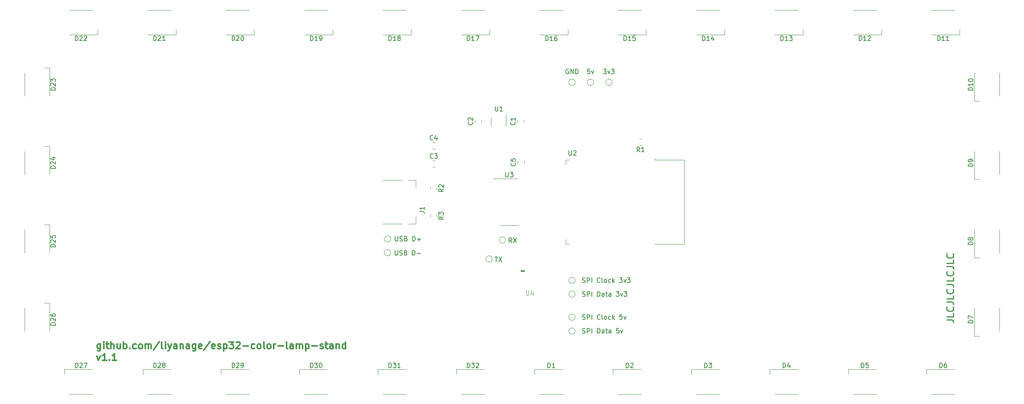
<source format=gbr>
G04 #@! TF.GenerationSoftware,KiCad,Pcbnew,(5.1.5-0-10_14)*
G04 #@! TF.CreationDate,2020-01-24T22:17:13-08:00*
G04 #@! TF.ProjectId,esp32-color-lamp-stand,65737033-322d-4636-9f6c-6f722d6c616d,rev?*
G04 #@! TF.SameCoordinates,Original*
G04 #@! TF.FileFunction,Legend,Top*
G04 #@! TF.FilePolarity,Positive*
%FSLAX46Y46*%
G04 Gerber Fmt 4.6, Leading zero omitted, Abs format (unit mm)*
G04 Created by KiCad (PCBNEW (5.1.5-0-10_14)) date 2020-01-24 22:17:13*
%MOMM*%
%LPD*%
G04 APERTURE LIST*
%ADD10C,0.250000*%
%ADD11C,0.300000*%
%ADD12C,0.120000*%
%ADD13C,0.010000*%
%ADD14C,0.150000*%
%ADD15C,0.015000*%
G04 APERTURE END LIST*
D10*
X202238871Y-69562185D02*
X203310300Y-69562185D01*
X203524585Y-69633614D01*
X203667442Y-69776471D01*
X203738871Y-69990757D01*
X203738871Y-70133614D01*
X203738871Y-68133614D02*
X203738871Y-68847900D01*
X202238871Y-68847900D01*
X203596014Y-66776471D02*
X203667442Y-66847900D01*
X203738871Y-67062185D01*
X203738871Y-67205042D01*
X203667442Y-67419328D01*
X203524585Y-67562185D01*
X203381728Y-67633614D01*
X203096014Y-67705042D01*
X202881728Y-67705042D01*
X202596014Y-67633614D01*
X202453157Y-67562185D01*
X202310300Y-67419328D01*
X202238871Y-67205042D01*
X202238871Y-67062185D01*
X202310300Y-66847900D01*
X202381728Y-66776471D01*
X202238871Y-65705042D02*
X203310300Y-65705042D01*
X203524585Y-65776471D01*
X203667442Y-65919328D01*
X203738871Y-66133614D01*
X203738871Y-66276471D01*
X203738871Y-64276471D02*
X203738871Y-64990757D01*
X202238871Y-64990757D01*
X203596014Y-62919328D02*
X203667442Y-62990757D01*
X203738871Y-63205042D01*
X203738871Y-63347900D01*
X203667442Y-63562185D01*
X203524585Y-63705042D01*
X203381728Y-63776471D01*
X203096014Y-63847900D01*
X202881728Y-63847900D01*
X202596014Y-63776471D01*
X202453157Y-63705042D01*
X202310300Y-63562185D01*
X202238871Y-63347900D01*
X202238871Y-63205042D01*
X202310300Y-62990757D01*
X202381728Y-62919328D01*
X202238871Y-61847900D02*
X203310300Y-61847900D01*
X203524585Y-61919328D01*
X203667442Y-62062185D01*
X203738871Y-62276471D01*
X203738871Y-62419328D01*
X203738871Y-60419328D02*
X203738871Y-61133614D01*
X202238871Y-61133614D01*
X203596014Y-59062185D02*
X203667442Y-59133614D01*
X203738871Y-59347900D01*
X203738871Y-59490757D01*
X203667442Y-59705042D01*
X203524585Y-59847900D01*
X203381728Y-59919328D01*
X203096014Y-59990757D01*
X202881728Y-59990757D01*
X202596014Y-59919328D01*
X202453157Y-59847900D01*
X202310300Y-59705042D01*
X202238871Y-59490757D01*
X202238871Y-59347900D01*
X202310300Y-59133614D01*
X202381728Y-59062185D01*
X202238871Y-57990757D02*
X203310300Y-57990757D01*
X203524585Y-58062185D01*
X203667442Y-58205042D01*
X203738871Y-58419328D01*
X203738871Y-58562185D01*
X203738871Y-56562185D02*
X203738871Y-57276471D01*
X202238871Y-57276471D01*
X203596014Y-55205042D02*
X203667442Y-55276471D01*
X203738871Y-55490757D01*
X203738871Y-55633614D01*
X203667442Y-55847900D01*
X203524585Y-55990757D01*
X203381728Y-56062185D01*
X203096014Y-56133614D01*
X202881728Y-56133614D01*
X202596014Y-56062185D01*
X202453157Y-55990757D01*
X202310300Y-55847900D01*
X202238871Y-55633614D01*
X202238871Y-55490757D01*
X202310300Y-55276471D01*
X202381728Y-55205042D01*
D11*
X18746400Y-74844871D02*
X18746400Y-76059157D01*
X18674971Y-76202014D01*
X18603542Y-76273442D01*
X18460685Y-76344871D01*
X18246400Y-76344871D01*
X18103542Y-76273442D01*
X18746400Y-75773442D02*
X18603542Y-75844871D01*
X18317828Y-75844871D01*
X18174971Y-75773442D01*
X18103542Y-75702014D01*
X18032114Y-75559157D01*
X18032114Y-75130585D01*
X18103542Y-74987728D01*
X18174971Y-74916300D01*
X18317828Y-74844871D01*
X18603542Y-74844871D01*
X18746400Y-74916300D01*
X19460685Y-75844871D02*
X19460685Y-74844871D01*
X19460685Y-74344871D02*
X19389257Y-74416300D01*
X19460685Y-74487728D01*
X19532114Y-74416300D01*
X19460685Y-74344871D01*
X19460685Y-74487728D01*
X19960685Y-74844871D02*
X20532114Y-74844871D01*
X20174971Y-74344871D02*
X20174971Y-75630585D01*
X20246400Y-75773442D01*
X20389257Y-75844871D01*
X20532114Y-75844871D01*
X21032114Y-75844871D02*
X21032114Y-74344871D01*
X21674971Y-75844871D02*
X21674971Y-75059157D01*
X21603542Y-74916300D01*
X21460685Y-74844871D01*
X21246400Y-74844871D01*
X21103542Y-74916300D01*
X21032114Y-74987728D01*
X23032114Y-74844871D02*
X23032114Y-75844871D01*
X22389257Y-74844871D02*
X22389257Y-75630585D01*
X22460685Y-75773442D01*
X22603542Y-75844871D01*
X22817828Y-75844871D01*
X22960685Y-75773442D01*
X23032114Y-75702014D01*
X23746400Y-75844871D02*
X23746400Y-74344871D01*
X23746400Y-74916300D02*
X23889257Y-74844871D01*
X24174971Y-74844871D01*
X24317828Y-74916300D01*
X24389257Y-74987728D01*
X24460685Y-75130585D01*
X24460685Y-75559157D01*
X24389257Y-75702014D01*
X24317828Y-75773442D01*
X24174971Y-75844871D01*
X23889257Y-75844871D01*
X23746400Y-75773442D01*
X25103542Y-75702014D02*
X25174971Y-75773442D01*
X25103542Y-75844871D01*
X25032114Y-75773442D01*
X25103542Y-75702014D01*
X25103542Y-75844871D01*
X26460685Y-75773442D02*
X26317828Y-75844871D01*
X26032114Y-75844871D01*
X25889257Y-75773442D01*
X25817828Y-75702014D01*
X25746400Y-75559157D01*
X25746400Y-75130585D01*
X25817828Y-74987728D01*
X25889257Y-74916300D01*
X26032114Y-74844871D01*
X26317828Y-74844871D01*
X26460685Y-74916300D01*
X27317828Y-75844871D02*
X27174971Y-75773442D01*
X27103542Y-75702014D01*
X27032114Y-75559157D01*
X27032114Y-75130585D01*
X27103542Y-74987728D01*
X27174971Y-74916300D01*
X27317828Y-74844871D01*
X27532114Y-74844871D01*
X27674971Y-74916300D01*
X27746400Y-74987728D01*
X27817828Y-75130585D01*
X27817828Y-75559157D01*
X27746400Y-75702014D01*
X27674971Y-75773442D01*
X27532114Y-75844871D01*
X27317828Y-75844871D01*
X28460685Y-75844871D02*
X28460685Y-74844871D01*
X28460685Y-74987728D02*
X28532114Y-74916300D01*
X28674971Y-74844871D01*
X28889257Y-74844871D01*
X29032114Y-74916300D01*
X29103542Y-75059157D01*
X29103542Y-75844871D01*
X29103542Y-75059157D02*
X29174971Y-74916300D01*
X29317828Y-74844871D01*
X29532114Y-74844871D01*
X29674971Y-74916300D01*
X29746400Y-75059157D01*
X29746400Y-75844871D01*
X31532114Y-74273442D02*
X30246400Y-76202014D01*
X32246400Y-75844871D02*
X32103542Y-75773442D01*
X32032114Y-75630585D01*
X32032114Y-74344871D01*
X32817828Y-75844871D02*
X32817828Y-74844871D01*
X32817828Y-74344871D02*
X32746400Y-74416300D01*
X32817828Y-74487728D01*
X32889257Y-74416300D01*
X32817828Y-74344871D01*
X32817828Y-74487728D01*
X33389257Y-74844871D02*
X33746400Y-75844871D01*
X34103542Y-74844871D02*
X33746400Y-75844871D01*
X33603542Y-76202014D01*
X33532114Y-76273442D01*
X33389257Y-76344871D01*
X35317828Y-75844871D02*
X35317828Y-75059157D01*
X35246400Y-74916300D01*
X35103542Y-74844871D01*
X34817828Y-74844871D01*
X34674971Y-74916300D01*
X35317828Y-75773442D02*
X35174971Y-75844871D01*
X34817828Y-75844871D01*
X34674971Y-75773442D01*
X34603542Y-75630585D01*
X34603542Y-75487728D01*
X34674971Y-75344871D01*
X34817828Y-75273442D01*
X35174971Y-75273442D01*
X35317828Y-75202014D01*
X36032114Y-74844871D02*
X36032114Y-75844871D01*
X36032114Y-74987728D02*
X36103542Y-74916300D01*
X36246400Y-74844871D01*
X36460685Y-74844871D01*
X36603542Y-74916300D01*
X36674971Y-75059157D01*
X36674971Y-75844871D01*
X38032114Y-75844871D02*
X38032114Y-75059157D01*
X37960685Y-74916300D01*
X37817828Y-74844871D01*
X37532114Y-74844871D01*
X37389257Y-74916300D01*
X38032114Y-75773442D02*
X37889257Y-75844871D01*
X37532114Y-75844871D01*
X37389257Y-75773442D01*
X37317828Y-75630585D01*
X37317828Y-75487728D01*
X37389257Y-75344871D01*
X37532114Y-75273442D01*
X37889257Y-75273442D01*
X38032114Y-75202014D01*
X39389257Y-74844871D02*
X39389257Y-76059157D01*
X39317828Y-76202014D01*
X39246400Y-76273442D01*
X39103542Y-76344871D01*
X38889257Y-76344871D01*
X38746400Y-76273442D01*
X39389257Y-75773442D02*
X39246400Y-75844871D01*
X38960685Y-75844871D01*
X38817828Y-75773442D01*
X38746400Y-75702014D01*
X38674971Y-75559157D01*
X38674971Y-75130585D01*
X38746400Y-74987728D01*
X38817828Y-74916300D01*
X38960685Y-74844871D01*
X39246400Y-74844871D01*
X39389257Y-74916300D01*
X40674971Y-75773442D02*
X40532114Y-75844871D01*
X40246400Y-75844871D01*
X40103542Y-75773442D01*
X40032114Y-75630585D01*
X40032114Y-75059157D01*
X40103542Y-74916300D01*
X40246400Y-74844871D01*
X40532114Y-74844871D01*
X40674971Y-74916300D01*
X40746400Y-75059157D01*
X40746400Y-75202014D01*
X40032114Y-75344871D01*
X42460685Y-74273442D02*
X41174971Y-76202014D01*
X43532114Y-75773442D02*
X43389257Y-75844871D01*
X43103542Y-75844871D01*
X42960685Y-75773442D01*
X42889257Y-75630585D01*
X42889257Y-75059157D01*
X42960685Y-74916300D01*
X43103542Y-74844871D01*
X43389257Y-74844871D01*
X43532114Y-74916300D01*
X43603542Y-75059157D01*
X43603542Y-75202014D01*
X42889257Y-75344871D01*
X44174971Y-75773442D02*
X44317828Y-75844871D01*
X44603542Y-75844871D01*
X44746400Y-75773442D01*
X44817828Y-75630585D01*
X44817828Y-75559157D01*
X44746400Y-75416300D01*
X44603542Y-75344871D01*
X44389257Y-75344871D01*
X44246400Y-75273442D01*
X44174971Y-75130585D01*
X44174971Y-75059157D01*
X44246400Y-74916300D01*
X44389257Y-74844871D01*
X44603542Y-74844871D01*
X44746400Y-74916300D01*
X45460685Y-74844871D02*
X45460685Y-76344871D01*
X45460685Y-74916300D02*
X45603542Y-74844871D01*
X45889257Y-74844871D01*
X46032114Y-74916300D01*
X46103542Y-74987728D01*
X46174971Y-75130585D01*
X46174971Y-75559157D01*
X46103542Y-75702014D01*
X46032114Y-75773442D01*
X45889257Y-75844871D01*
X45603542Y-75844871D01*
X45460685Y-75773442D01*
X46674971Y-74344871D02*
X47603542Y-74344871D01*
X47103542Y-74916300D01*
X47317828Y-74916300D01*
X47460685Y-74987728D01*
X47532114Y-75059157D01*
X47603542Y-75202014D01*
X47603542Y-75559157D01*
X47532114Y-75702014D01*
X47460685Y-75773442D01*
X47317828Y-75844871D01*
X46889257Y-75844871D01*
X46746400Y-75773442D01*
X46674971Y-75702014D01*
X48174971Y-74487728D02*
X48246400Y-74416300D01*
X48389257Y-74344871D01*
X48746400Y-74344871D01*
X48889257Y-74416300D01*
X48960685Y-74487728D01*
X49032114Y-74630585D01*
X49032114Y-74773442D01*
X48960685Y-74987728D01*
X48103542Y-75844871D01*
X49032114Y-75844871D01*
X49674971Y-75273442D02*
X50817828Y-75273442D01*
X52174971Y-75773442D02*
X52032114Y-75844871D01*
X51746400Y-75844871D01*
X51603542Y-75773442D01*
X51532114Y-75702014D01*
X51460685Y-75559157D01*
X51460685Y-75130585D01*
X51532114Y-74987728D01*
X51603542Y-74916300D01*
X51746400Y-74844871D01*
X52032114Y-74844871D01*
X52174971Y-74916300D01*
X53032114Y-75844871D02*
X52889257Y-75773442D01*
X52817828Y-75702014D01*
X52746400Y-75559157D01*
X52746400Y-75130585D01*
X52817828Y-74987728D01*
X52889257Y-74916300D01*
X53032114Y-74844871D01*
X53246400Y-74844871D01*
X53389257Y-74916300D01*
X53460685Y-74987728D01*
X53532114Y-75130585D01*
X53532114Y-75559157D01*
X53460685Y-75702014D01*
X53389257Y-75773442D01*
X53246400Y-75844871D01*
X53032114Y-75844871D01*
X54389257Y-75844871D02*
X54246400Y-75773442D01*
X54174971Y-75630585D01*
X54174971Y-74344871D01*
X55174971Y-75844871D02*
X55032114Y-75773442D01*
X54960685Y-75702014D01*
X54889257Y-75559157D01*
X54889257Y-75130585D01*
X54960685Y-74987728D01*
X55032114Y-74916300D01*
X55174971Y-74844871D01*
X55389257Y-74844871D01*
X55532114Y-74916300D01*
X55603542Y-74987728D01*
X55674971Y-75130585D01*
X55674971Y-75559157D01*
X55603542Y-75702014D01*
X55532114Y-75773442D01*
X55389257Y-75844871D01*
X55174971Y-75844871D01*
X56317828Y-75844871D02*
X56317828Y-74844871D01*
X56317828Y-75130585D02*
X56389257Y-74987728D01*
X56460685Y-74916300D01*
X56603542Y-74844871D01*
X56746400Y-74844871D01*
X57246400Y-75273442D02*
X58389257Y-75273442D01*
X59317828Y-75844871D02*
X59174971Y-75773442D01*
X59103542Y-75630585D01*
X59103542Y-74344871D01*
X60532114Y-75844871D02*
X60532114Y-75059157D01*
X60460685Y-74916300D01*
X60317828Y-74844871D01*
X60032114Y-74844871D01*
X59889257Y-74916300D01*
X60532114Y-75773442D02*
X60389257Y-75844871D01*
X60032114Y-75844871D01*
X59889257Y-75773442D01*
X59817828Y-75630585D01*
X59817828Y-75487728D01*
X59889257Y-75344871D01*
X60032114Y-75273442D01*
X60389257Y-75273442D01*
X60532114Y-75202014D01*
X61246400Y-75844871D02*
X61246400Y-74844871D01*
X61246400Y-74987728D02*
X61317828Y-74916300D01*
X61460685Y-74844871D01*
X61674971Y-74844871D01*
X61817828Y-74916300D01*
X61889257Y-75059157D01*
X61889257Y-75844871D01*
X61889257Y-75059157D02*
X61960685Y-74916300D01*
X62103542Y-74844871D01*
X62317828Y-74844871D01*
X62460685Y-74916300D01*
X62532114Y-75059157D01*
X62532114Y-75844871D01*
X63246400Y-74844871D02*
X63246400Y-76344871D01*
X63246400Y-74916300D02*
X63389257Y-74844871D01*
X63674971Y-74844871D01*
X63817828Y-74916300D01*
X63889257Y-74987728D01*
X63960685Y-75130585D01*
X63960685Y-75559157D01*
X63889257Y-75702014D01*
X63817828Y-75773442D01*
X63674971Y-75844871D01*
X63389257Y-75844871D01*
X63246400Y-75773442D01*
X64603542Y-75273442D02*
X65746400Y-75273442D01*
X66389257Y-75773442D02*
X66532114Y-75844871D01*
X66817828Y-75844871D01*
X66960685Y-75773442D01*
X67032114Y-75630585D01*
X67032114Y-75559157D01*
X66960685Y-75416300D01*
X66817828Y-75344871D01*
X66603542Y-75344871D01*
X66460685Y-75273442D01*
X66389257Y-75130585D01*
X66389257Y-75059157D01*
X66460685Y-74916300D01*
X66603542Y-74844871D01*
X66817828Y-74844871D01*
X66960685Y-74916300D01*
X67460685Y-74844871D02*
X68032114Y-74844871D01*
X67674971Y-74344871D02*
X67674971Y-75630585D01*
X67746400Y-75773442D01*
X67889257Y-75844871D01*
X68032114Y-75844871D01*
X69174971Y-75844871D02*
X69174971Y-75059157D01*
X69103542Y-74916300D01*
X68960685Y-74844871D01*
X68674971Y-74844871D01*
X68532114Y-74916300D01*
X69174971Y-75773442D02*
X69032114Y-75844871D01*
X68674971Y-75844871D01*
X68532114Y-75773442D01*
X68460685Y-75630585D01*
X68460685Y-75487728D01*
X68532114Y-75344871D01*
X68674971Y-75273442D01*
X69032114Y-75273442D01*
X69174971Y-75202014D01*
X69889257Y-74844871D02*
X69889257Y-75844871D01*
X69889257Y-74987728D02*
X69960685Y-74916300D01*
X70103542Y-74844871D01*
X70317828Y-74844871D01*
X70460685Y-74916300D01*
X70532114Y-75059157D01*
X70532114Y-75844871D01*
X71889257Y-75844871D02*
X71889257Y-74344871D01*
X71889257Y-75773442D02*
X71746400Y-75844871D01*
X71460685Y-75844871D01*
X71317828Y-75773442D01*
X71246400Y-75702014D01*
X71174971Y-75559157D01*
X71174971Y-75130585D01*
X71246400Y-74987728D01*
X71317828Y-74916300D01*
X71460685Y-74844871D01*
X71746400Y-74844871D01*
X71889257Y-74916300D01*
X17960685Y-77394871D02*
X18317828Y-78394871D01*
X18674971Y-77394871D01*
X20032114Y-78394871D02*
X19174971Y-78394871D01*
X19603542Y-78394871D02*
X19603542Y-76894871D01*
X19460685Y-77109157D01*
X19317828Y-77252014D01*
X19174971Y-77323442D01*
X20674971Y-78252014D02*
X20746400Y-78323442D01*
X20674971Y-78394871D01*
X20603542Y-78323442D01*
X20674971Y-78252014D01*
X20674971Y-78394871D01*
X22174971Y-78394871D02*
X21317828Y-78394871D01*
X21746400Y-78394871D02*
X21746400Y-76894871D01*
X21603542Y-77109157D01*
X21460685Y-77252014D01*
X21317828Y-77323442D01*
D12*
X109170400Y-26727678D02*
X109170400Y-26210522D01*
X110590400Y-26727678D02*
X110590400Y-26210522D01*
X101370200Y-26727678D02*
X101370200Y-26210522D01*
X99950200Y-26727678D02*
X99950200Y-26210522D01*
X90741422Y-36409700D02*
X91258578Y-36409700D01*
X90741422Y-34989700D02*
X91258578Y-34989700D01*
X90741422Y-31014600D02*
X91258578Y-31014600D01*
X90741422Y-32434600D02*
X91258578Y-32434600D01*
X109233900Y-35630378D02*
X109233900Y-35113222D01*
X110653900Y-35630378D02*
X110653900Y-35113222D01*
X87158000Y-47250000D02*
X87158000Y-48750000D01*
X87158000Y-39250000D02*
X85638000Y-39250000D01*
X87158000Y-39250000D02*
X87158000Y-40750000D01*
X84138000Y-48750000D02*
X79898000Y-48750000D01*
X87158000Y-48750000D02*
X85638000Y-48750000D01*
X84138000Y-39250000D02*
X79898000Y-39250000D01*
X136120878Y-31698000D02*
X135603722Y-31698000D01*
X136120878Y-30278000D02*
X135603722Y-30278000D01*
X90290000Y-40741422D02*
X90290000Y-41258578D01*
X91710000Y-40741422D02*
X91710000Y-41258578D01*
X91710000Y-46741422D02*
X91710000Y-47258578D01*
X90290000Y-46741422D02*
X90290000Y-47258578D01*
X81700000Y-52000000D02*
G75*
G03X81700000Y-52000000I-700000J0D01*
G01*
X81700000Y-55000000D02*
G75*
G03X81700000Y-55000000I-700000J0D01*
G01*
X103441900Y-25663500D02*
X103441900Y-27463500D01*
X106661900Y-27463500D02*
X106661900Y-25013500D01*
X120427300Y-34880000D02*
X119647300Y-34880000D01*
X119647300Y-34880000D02*
X119647300Y-35880000D01*
X120427300Y-53120000D02*
X119647300Y-53120000D01*
X119647300Y-53120000D02*
X119647300Y-52120000D01*
X145392300Y-34880000D02*
X145392300Y-53120000D01*
X145392300Y-53120000D02*
X138972300Y-53120000D01*
X145392300Y-34880000D02*
X138972300Y-34880000D01*
X138972300Y-34880000D02*
X138972300Y-34500000D01*
X107378500Y-49060000D02*
X109328500Y-49060000D01*
X107378500Y-49060000D02*
X105428500Y-49060000D01*
X107378500Y-38940000D02*
X109328500Y-38940000D01*
X107378500Y-38940000D02*
X103928500Y-38940000D01*
X121700000Y-69000000D02*
G75*
G03X121700000Y-69000000I-700000J0D01*
G01*
X121700000Y-72000000D02*
G75*
G03X121700000Y-72000000I-700000J0D01*
G01*
X121700000Y-64000000D02*
G75*
G03X121700000Y-64000000I-700000J0D01*
G01*
X121700000Y-61000000D02*
G75*
G03X121700000Y-61000000I-700000J0D01*
G01*
X106605300Y-52235100D02*
G75*
G03X106605300Y-52235100I-700000J0D01*
G01*
X103722400Y-56349900D02*
G75*
G03X103722400Y-56349900I-700000J0D01*
G01*
X125700000Y-18000000D02*
G75*
G03X125700000Y-18000000I-700000J0D01*
G01*
X121700000Y-18000000D02*
G75*
G03X121700000Y-18000000I-700000J0D01*
G01*
X129700000Y-18000000D02*
G75*
G03X129700000Y-18000000I-700000J0D01*
G01*
X112900000Y-80300000D02*
X119000000Y-80300000D01*
X112900000Y-81400000D02*
X112900000Y-80300000D01*
X119000000Y-85700000D02*
X114000000Y-85700000D01*
X129900000Y-80300000D02*
X136000000Y-80300000D01*
X129900000Y-81400000D02*
X129900000Y-80300000D01*
X136000000Y-85700000D02*
X131000000Y-85700000D01*
X153000000Y-85700000D02*
X148000000Y-85700000D01*
X146900000Y-81400000D02*
X146900000Y-80300000D01*
X146900000Y-80300000D02*
X153000000Y-80300000D01*
X163900000Y-80300000D02*
X170000000Y-80300000D01*
X163900000Y-81400000D02*
X163900000Y-80300000D01*
X170000000Y-85700000D02*
X165000000Y-85700000D01*
X180900000Y-80300000D02*
X187000000Y-80300000D01*
X180900000Y-81400000D02*
X180900000Y-80300000D01*
X187000000Y-85700000D02*
X182000000Y-85700000D01*
X204000000Y-85700000D02*
X199000000Y-85700000D01*
X197900000Y-81400000D02*
X197900000Y-80300000D01*
X197900000Y-80300000D02*
X204000000Y-80300000D01*
X208300000Y-73100000D02*
X208300000Y-67000000D01*
X209400000Y-73100000D02*
X208300000Y-73100000D01*
X213700000Y-67000000D02*
X213700000Y-72000000D01*
X213700000Y-50000000D02*
X213700000Y-55000000D01*
X209400000Y-56100000D02*
X208300000Y-56100000D01*
X208300000Y-56100000D02*
X208300000Y-50000000D01*
X208300000Y-39100000D02*
X208300000Y-33000000D01*
X209400000Y-39100000D02*
X208300000Y-39100000D01*
X213700000Y-33000000D02*
X213700000Y-38000000D01*
X213700000Y-16000000D02*
X213700000Y-21000000D01*
X209400000Y-22100000D02*
X208300000Y-22100000D01*
X208300000Y-22100000D02*
X208300000Y-16000000D01*
X205100000Y-7700000D02*
X199000000Y-7700000D01*
X205100000Y-6600000D02*
X205100000Y-7700000D01*
X199000000Y-2300000D02*
X204000000Y-2300000D01*
X182000000Y-2300000D02*
X187000000Y-2300000D01*
X188100000Y-6600000D02*
X188100000Y-7700000D01*
X188100000Y-7700000D02*
X182000000Y-7700000D01*
X171100000Y-7700000D02*
X165000000Y-7700000D01*
X171100000Y-6600000D02*
X171100000Y-7700000D01*
X165000000Y-2300000D02*
X170000000Y-2300000D01*
X148000000Y-2300000D02*
X153000000Y-2300000D01*
X154100000Y-6600000D02*
X154100000Y-7700000D01*
X154100000Y-7700000D02*
X148000000Y-7700000D01*
X137100000Y-7700000D02*
X131000000Y-7700000D01*
X137100000Y-6600000D02*
X137100000Y-7700000D01*
X131000000Y-2300000D02*
X136000000Y-2300000D01*
X114000000Y-2300000D02*
X119000000Y-2300000D01*
X120100000Y-6600000D02*
X120100000Y-7700000D01*
X120100000Y-7700000D02*
X114000000Y-7700000D01*
X97000000Y-2300000D02*
X102000000Y-2300000D01*
X103100000Y-6600000D02*
X103100000Y-7700000D01*
X103100000Y-7700000D02*
X97000000Y-7700000D01*
X86100000Y-7700000D02*
X80000000Y-7700000D01*
X86100000Y-6600000D02*
X86100000Y-7700000D01*
X80000000Y-2300000D02*
X85000000Y-2300000D01*
X63000000Y-2300000D02*
X68000000Y-2300000D01*
X69100000Y-6600000D02*
X69100000Y-7700000D01*
X69100000Y-7700000D02*
X63000000Y-7700000D01*
X52100000Y-7700000D02*
X46000000Y-7700000D01*
X52100000Y-6600000D02*
X52100000Y-7700000D01*
X46000000Y-2300000D02*
X51000000Y-2300000D01*
X29000000Y-2300000D02*
X34000000Y-2300000D01*
X35100000Y-6600000D02*
X35100000Y-7700000D01*
X35100000Y-7700000D02*
X29000000Y-7700000D01*
X18100000Y-7700000D02*
X12000000Y-7700000D01*
X18100000Y-6600000D02*
X18100000Y-7700000D01*
X12000000Y-2300000D02*
X17000000Y-2300000D01*
X2300000Y-21000000D02*
X2300000Y-16000000D01*
X6600000Y-14900000D02*
X7700000Y-14900000D01*
X7700000Y-14900000D02*
X7700000Y-21000000D01*
X7700000Y-31900000D02*
X7700000Y-38000000D01*
X6600000Y-31900000D02*
X7700000Y-31900000D01*
X2300000Y-38000000D02*
X2300000Y-33000000D01*
X2300000Y-55000000D02*
X2300000Y-50000000D01*
X6600000Y-48900000D02*
X7700000Y-48900000D01*
X7700000Y-48900000D02*
X7700000Y-55000000D01*
X7700000Y-65900000D02*
X7700000Y-72000000D01*
X6600000Y-65900000D02*
X7700000Y-65900000D01*
X2300000Y-72000000D02*
X2300000Y-67000000D01*
X17000000Y-85700000D02*
X12000000Y-85700000D01*
X10900000Y-81400000D02*
X10900000Y-80300000D01*
X10900000Y-80300000D02*
X17000000Y-80300000D01*
X27900000Y-80300000D02*
X34000000Y-80300000D01*
X27900000Y-81400000D02*
X27900000Y-80300000D01*
X34000000Y-85700000D02*
X29000000Y-85700000D01*
X51000000Y-85700000D02*
X46000000Y-85700000D01*
X44900000Y-81400000D02*
X44900000Y-80300000D01*
X44900000Y-80300000D02*
X51000000Y-80300000D01*
X61900000Y-80300000D02*
X68000000Y-80300000D01*
X61900000Y-81400000D02*
X61900000Y-80300000D01*
X68000000Y-85700000D02*
X63000000Y-85700000D01*
X85000000Y-85700000D02*
X80000000Y-85700000D01*
X78900000Y-81400000D02*
X78900000Y-80300000D01*
X78900000Y-80300000D02*
X85000000Y-80300000D01*
X95900000Y-80300000D02*
X102000000Y-80300000D01*
X95900000Y-81400000D02*
X95900000Y-80300000D01*
X102000000Y-85700000D02*
X97000000Y-85700000D01*
D13*
G36*
X110670760Y-59093100D02*
G01*
X109905800Y-59093100D01*
X109905800Y-58835230D01*
X110670760Y-58835230D01*
X110670760Y-59093100D01*
G37*
X110670760Y-59093100D02*
X109905800Y-59093100D01*
X109905800Y-58835230D01*
X110670760Y-58835230D01*
X110670760Y-59093100D01*
D14*
X108587542Y-26635766D02*
X108635161Y-26683385D01*
X108682780Y-26826242D01*
X108682780Y-26921480D01*
X108635161Y-27064338D01*
X108539923Y-27159576D01*
X108444685Y-27207195D01*
X108254209Y-27254814D01*
X108111352Y-27254814D01*
X107920876Y-27207195D01*
X107825638Y-27159576D01*
X107730400Y-27064338D01*
X107682780Y-26921480D01*
X107682780Y-26826242D01*
X107730400Y-26683385D01*
X107778019Y-26635766D01*
X108682780Y-25683385D02*
X108682780Y-26254814D01*
X108682780Y-25969100D02*
X107682780Y-25969100D01*
X107825638Y-26064338D01*
X107920876Y-26159576D01*
X107968495Y-26254814D01*
X99367342Y-26635766D02*
X99414961Y-26683385D01*
X99462580Y-26826242D01*
X99462580Y-26921480D01*
X99414961Y-27064338D01*
X99319723Y-27159576D01*
X99224485Y-27207195D01*
X99034009Y-27254814D01*
X98891152Y-27254814D01*
X98700676Y-27207195D01*
X98605438Y-27159576D01*
X98510200Y-27064338D01*
X98462580Y-26921480D01*
X98462580Y-26826242D01*
X98510200Y-26683385D01*
X98557819Y-26635766D01*
X98557819Y-26254814D02*
X98510200Y-26207195D01*
X98462580Y-26111957D01*
X98462580Y-25873861D01*
X98510200Y-25778623D01*
X98557819Y-25731004D01*
X98653057Y-25683385D01*
X98748295Y-25683385D01*
X98891152Y-25731004D01*
X99462580Y-26302433D01*
X99462580Y-25683385D01*
X90833333Y-34406842D02*
X90785714Y-34454461D01*
X90642857Y-34502080D01*
X90547619Y-34502080D01*
X90404761Y-34454461D01*
X90309523Y-34359223D01*
X90261904Y-34263985D01*
X90214285Y-34073509D01*
X90214285Y-33930652D01*
X90261904Y-33740176D01*
X90309523Y-33644938D01*
X90404761Y-33549700D01*
X90547619Y-33502080D01*
X90642857Y-33502080D01*
X90785714Y-33549700D01*
X90833333Y-33597319D01*
X91166666Y-33502080D02*
X91785714Y-33502080D01*
X91452380Y-33883033D01*
X91595238Y-33883033D01*
X91690476Y-33930652D01*
X91738095Y-33978271D01*
X91785714Y-34073509D01*
X91785714Y-34311604D01*
X91738095Y-34406842D01*
X91690476Y-34454461D01*
X91595238Y-34502080D01*
X91309523Y-34502080D01*
X91214285Y-34454461D01*
X91166666Y-34406842D01*
X90833333Y-30431742D02*
X90785714Y-30479361D01*
X90642857Y-30526980D01*
X90547619Y-30526980D01*
X90404761Y-30479361D01*
X90309523Y-30384123D01*
X90261904Y-30288885D01*
X90214285Y-30098409D01*
X90214285Y-29955552D01*
X90261904Y-29765076D01*
X90309523Y-29669838D01*
X90404761Y-29574600D01*
X90547619Y-29526980D01*
X90642857Y-29526980D01*
X90785714Y-29574600D01*
X90833333Y-29622219D01*
X91690476Y-29860314D02*
X91690476Y-30526980D01*
X91452380Y-29479361D02*
X91214285Y-30193647D01*
X91833333Y-30193647D01*
X108651042Y-35538466D02*
X108698661Y-35586085D01*
X108746280Y-35728942D01*
X108746280Y-35824180D01*
X108698661Y-35967038D01*
X108603423Y-36062276D01*
X108508185Y-36109895D01*
X108317709Y-36157514D01*
X108174852Y-36157514D01*
X107984376Y-36109895D01*
X107889138Y-36062276D01*
X107793900Y-35967038D01*
X107746280Y-35824180D01*
X107746280Y-35728942D01*
X107793900Y-35586085D01*
X107841519Y-35538466D01*
X107746280Y-34633704D02*
X107746280Y-35109895D01*
X108222471Y-35157514D01*
X108174852Y-35109895D01*
X108127233Y-35014657D01*
X108127233Y-34776561D01*
X108174852Y-34681323D01*
X108222471Y-34633704D01*
X108317709Y-34586085D01*
X108555804Y-34586085D01*
X108651042Y-34633704D01*
X108698661Y-34681323D01*
X108746280Y-34776561D01*
X108746280Y-35014657D01*
X108698661Y-35109895D01*
X108651042Y-35157514D01*
X87958680Y-46053333D02*
X88672966Y-46053333D01*
X88815823Y-46100952D01*
X88911061Y-46196190D01*
X88958680Y-46339047D01*
X88958680Y-46434285D01*
X88958680Y-45053333D02*
X88958680Y-45624761D01*
X88958680Y-45339047D02*
X87958680Y-45339047D01*
X88101538Y-45434285D01*
X88196776Y-45529523D01*
X88244395Y-45624761D01*
X135695633Y-33090380D02*
X135362300Y-32614190D01*
X135124204Y-33090380D02*
X135124204Y-32090380D01*
X135505157Y-32090380D01*
X135600395Y-32138000D01*
X135648014Y-32185619D01*
X135695633Y-32280857D01*
X135695633Y-32423714D01*
X135648014Y-32518952D01*
X135600395Y-32566571D01*
X135505157Y-32614190D01*
X135124204Y-32614190D01*
X136648014Y-33090380D02*
X136076585Y-33090380D01*
X136362300Y-33090380D02*
X136362300Y-32090380D01*
X136267061Y-32233238D01*
X136171823Y-32328476D01*
X136076585Y-32376095D01*
X93102380Y-41166666D02*
X92626190Y-41500000D01*
X93102380Y-41738095D02*
X92102380Y-41738095D01*
X92102380Y-41357142D01*
X92150000Y-41261904D01*
X92197619Y-41214285D01*
X92292857Y-41166666D01*
X92435714Y-41166666D01*
X92530952Y-41214285D01*
X92578571Y-41261904D01*
X92626190Y-41357142D01*
X92626190Y-41738095D01*
X92197619Y-40785714D02*
X92150000Y-40738095D01*
X92102380Y-40642857D01*
X92102380Y-40404761D01*
X92150000Y-40309523D01*
X92197619Y-40261904D01*
X92292857Y-40214285D01*
X92388095Y-40214285D01*
X92530952Y-40261904D01*
X93102380Y-40833333D01*
X93102380Y-40214285D01*
X93102380Y-47166666D02*
X92626190Y-47500000D01*
X93102380Y-47738095D02*
X92102380Y-47738095D01*
X92102380Y-47357142D01*
X92150000Y-47261904D01*
X92197619Y-47214285D01*
X92292857Y-47166666D01*
X92435714Y-47166666D01*
X92530952Y-47214285D01*
X92578571Y-47261904D01*
X92626190Y-47357142D01*
X92626190Y-47738095D01*
X92102380Y-46833333D02*
X92102380Y-46214285D01*
X92483333Y-46547619D01*
X92483333Y-46404761D01*
X92530952Y-46309523D01*
X92578571Y-46261904D01*
X92673809Y-46214285D01*
X92911904Y-46214285D01*
X93007142Y-46261904D01*
X93054761Y-46309523D01*
X93102380Y-46404761D01*
X93102380Y-46690476D01*
X93054761Y-46785714D01*
X93007142Y-46833333D01*
X82670995Y-51484280D02*
X82670995Y-52293804D01*
X82718614Y-52389042D01*
X82766233Y-52436661D01*
X82861471Y-52484280D01*
X83051947Y-52484280D01*
X83147185Y-52436661D01*
X83194804Y-52389042D01*
X83242423Y-52293804D01*
X83242423Y-51484280D01*
X83670995Y-52436661D02*
X83813852Y-52484280D01*
X84051947Y-52484280D01*
X84147185Y-52436661D01*
X84194804Y-52389042D01*
X84242423Y-52293804D01*
X84242423Y-52198566D01*
X84194804Y-52103328D01*
X84147185Y-52055709D01*
X84051947Y-52008090D01*
X83861471Y-51960471D01*
X83766233Y-51912852D01*
X83718614Y-51865233D01*
X83670995Y-51769995D01*
X83670995Y-51674757D01*
X83718614Y-51579519D01*
X83766233Y-51531900D01*
X83861471Y-51484280D01*
X84099566Y-51484280D01*
X84242423Y-51531900D01*
X85004328Y-51960471D02*
X85147185Y-52008090D01*
X85194804Y-52055709D01*
X85242423Y-52150947D01*
X85242423Y-52293804D01*
X85194804Y-52389042D01*
X85147185Y-52436661D01*
X85051947Y-52484280D01*
X84670995Y-52484280D01*
X84670995Y-51484280D01*
X85004328Y-51484280D01*
X85099566Y-51531900D01*
X85147185Y-51579519D01*
X85194804Y-51674757D01*
X85194804Y-51769995D01*
X85147185Y-51865233D01*
X85099566Y-51912852D01*
X85004328Y-51960471D01*
X84670995Y-51960471D01*
X86432900Y-52484280D02*
X86432900Y-51484280D01*
X86670995Y-51484280D01*
X86813852Y-51531900D01*
X86909090Y-51627138D01*
X86956709Y-51722376D01*
X87004328Y-51912852D01*
X87004328Y-52055709D01*
X86956709Y-52246185D01*
X86909090Y-52341423D01*
X86813852Y-52436661D01*
X86670995Y-52484280D01*
X86432900Y-52484280D01*
X87432900Y-52103328D02*
X88194804Y-52103328D01*
X87813852Y-52484280D02*
X87813852Y-51722376D01*
X82632895Y-54519580D02*
X82632895Y-55329104D01*
X82680514Y-55424342D01*
X82728133Y-55471961D01*
X82823371Y-55519580D01*
X83013847Y-55519580D01*
X83109085Y-55471961D01*
X83156704Y-55424342D01*
X83204323Y-55329104D01*
X83204323Y-54519580D01*
X83632895Y-55471961D02*
X83775752Y-55519580D01*
X84013847Y-55519580D01*
X84109085Y-55471961D01*
X84156704Y-55424342D01*
X84204323Y-55329104D01*
X84204323Y-55233866D01*
X84156704Y-55138628D01*
X84109085Y-55091009D01*
X84013847Y-55043390D01*
X83823371Y-54995771D01*
X83728133Y-54948152D01*
X83680514Y-54900533D01*
X83632895Y-54805295D01*
X83632895Y-54710057D01*
X83680514Y-54614819D01*
X83728133Y-54567200D01*
X83823371Y-54519580D01*
X84061466Y-54519580D01*
X84204323Y-54567200D01*
X84966228Y-54995771D02*
X85109085Y-55043390D01*
X85156704Y-55091009D01*
X85204323Y-55186247D01*
X85204323Y-55329104D01*
X85156704Y-55424342D01*
X85109085Y-55471961D01*
X85013847Y-55519580D01*
X84632895Y-55519580D01*
X84632895Y-54519580D01*
X84966228Y-54519580D01*
X85061466Y-54567200D01*
X85109085Y-54614819D01*
X85156704Y-54710057D01*
X85156704Y-54805295D01*
X85109085Y-54900533D01*
X85061466Y-54948152D01*
X84966228Y-54995771D01*
X84632895Y-54995771D01*
X86394800Y-55519580D02*
X86394800Y-54519580D01*
X86632895Y-54519580D01*
X86775752Y-54567200D01*
X86870990Y-54662438D01*
X86918609Y-54757676D01*
X86966228Y-54948152D01*
X86966228Y-55091009D01*
X86918609Y-55281485D01*
X86870990Y-55376723D01*
X86775752Y-55471961D01*
X86632895Y-55519580D01*
X86394800Y-55519580D01*
X87394800Y-55138628D02*
X88156704Y-55138628D01*
X104368695Y-23226780D02*
X104368695Y-24036304D01*
X104416314Y-24131542D01*
X104463933Y-24179161D01*
X104559171Y-24226780D01*
X104749647Y-24226780D01*
X104844885Y-24179161D01*
X104892504Y-24131542D01*
X104940123Y-24036304D01*
X104940123Y-23226780D01*
X105940123Y-24226780D02*
X105368695Y-24226780D01*
X105654409Y-24226780D02*
X105654409Y-23226780D01*
X105559171Y-23369638D01*
X105463933Y-23464876D01*
X105368695Y-23512495D01*
X120335395Y-32842380D02*
X120335395Y-33651904D01*
X120383014Y-33747142D01*
X120430633Y-33794761D01*
X120525871Y-33842380D01*
X120716347Y-33842380D01*
X120811585Y-33794761D01*
X120859204Y-33747142D01*
X120906823Y-33651904D01*
X120906823Y-32842380D01*
X121335395Y-32937619D02*
X121383014Y-32890000D01*
X121478252Y-32842380D01*
X121716347Y-32842380D01*
X121811585Y-32890000D01*
X121859204Y-32937619D01*
X121906823Y-33032857D01*
X121906823Y-33128095D01*
X121859204Y-33270952D01*
X121287776Y-33842380D01*
X121906823Y-33842380D01*
X106616595Y-37552380D02*
X106616595Y-38361904D01*
X106664214Y-38457142D01*
X106711833Y-38504761D01*
X106807071Y-38552380D01*
X106997547Y-38552380D01*
X107092785Y-38504761D01*
X107140404Y-38457142D01*
X107188023Y-38361904D01*
X107188023Y-37552380D01*
X107568976Y-37552380D02*
X108188023Y-37552380D01*
X107854690Y-37933333D01*
X107997547Y-37933333D01*
X108092785Y-37980952D01*
X108140404Y-38028571D01*
X108188023Y-38123809D01*
X108188023Y-38361904D01*
X108140404Y-38457142D01*
X108092785Y-38504761D01*
X107997547Y-38552380D01*
X107711833Y-38552380D01*
X107616595Y-38504761D01*
X107568976Y-38457142D01*
X123287976Y-69404761D02*
X123430833Y-69452380D01*
X123668928Y-69452380D01*
X123764166Y-69404761D01*
X123811785Y-69357142D01*
X123859404Y-69261904D01*
X123859404Y-69166666D01*
X123811785Y-69071428D01*
X123764166Y-69023809D01*
X123668928Y-68976190D01*
X123478452Y-68928571D01*
X123383214Y-68880952D01*
X123335595Y-68833333D01*
X123287976Y-68738095D01*
X123287976Y-68642857D01*
X123335595Y-68547619D01*
X123383214Y-68500000D01*
X123478452Y-68452380D01*
X123716547Y-68452380D01*
X123859404Y-68500000D01*
X124287976Y-69452380D02*
X124287976Y-68452380D01*
X124668928Y-68452380D01*
X124764166Y-68500000D01*
X124811785Y-68547619D01*
X124859404Y-68642857D01*
X124859404Y-68785714D01*
X124811785Y-68880952D01*
X124764166Y-68928571D01*
X124668928Y-68976190D01*
X124287976Y-68976190D01*
X125287976Y-69452380D02*
X125287976Y-68452380D01*
X127097500Y-69357142D02*
X127049880Y-69404761D01*
X126907023Y-69452380D01*
X126811785Y-69452380D01*
X126668928Y-69404761D01*
X126573690Y-69309523D01*
X126526071Y-69214285D01*
X126478452Y-69023809D01*
X126478452Y-68880952D01*
X126526071Y-68690476D01*
X126573690Y-68595238D01*
X126668928Y-68500000D01*
X126811785Y-68452380D01*
X126907023Y-68452380D01*
X127049880Y-68500000D01*
X127097500Y-68547619D01*
X127668928Y-69452380D02*
X127573690Y-69404761D01*
X127526071Y-69309523D01*
X127526071Y-68452380D01*
X128192738Y-69452380D02*
X128097500Y-69404761D01*
X128049880Y-69357142D01*
X128002261Y-69261904D01*
X128002261Y-68976190D01*
X128049880Y-68880952D01*
X128097500Y-68833333D01*
X128192738Y-68785714D01*
X128335595Y-68785714D01*
X128430833Y-68833333D01*
X128478452Y-68880952D01*
X128526071Y-68976190D01*
X128526071Y-69261904D01*
X128478452Y-69357142D01*
X128430833Y-69404761D01*
X128335595Y-69452380D01*
X128192738Y-69452380D01*
X129383214Y-69404761D02*
X129287976Y-69452380D01*
X129097500Y-69452380D01*
X129002261Y-69404761D01*
X128954642Y-69357142D01*
X128907023Y-69261904D01*
X128907023Y-68976190D01*
X128954642Y-68880952D01*
X129002261Y-68833333D01*
X129097500Y-68785714D01*
X129287976Y-68785714D01*
X129383214Y-68833333D01*
X129811785Y-69452380D02*
X129811785Y-68452380D01*
X129907023Y-69071428D02*
X130192738Y-69452380D01*
X130192738Y-68785714D02*
X129811785Y-69166666D01*
X131859404Y-68452380D02*
X131383214Y-68452380D01*
X131335595Y-68928571D01*
X131383214Y-68880952D01*
X131478452Y-68833333D01*
X131716547Y-68833333D01*
X131811785Y-68880952D01*
X131859404Y-68928571D01*
X131907023Y-69023809D01*
X131907023Y-69261904D01*
X131859404Y-69357142D01*
X131811785Y-69404761D01*
X131716547Y-69452380D01*
X131478452Y-69452380D01*
X131383214Y-69404761D01*
X131335595Y-69357142D01*
X132240357Y-68785714D02*
X132478452Y-69452380D01*
X132716547Y-68785714D01*
X123287976Y-72404761D02*
X123430833Y-72452380D01*
X123668928Y-72452380D01*
X123764166Y-72404761D01*
X123811785Y-72357142D01*
X123859404Y-72261904D01*
X123859404Y-72166666D01*
X123811785Y-72071428D01*
X123764166Y-72023809D01*
X123668928Y-71976190D01*
X123478452Y-71928571D01*
X123383214Y-71880952D01*
X123335595Y-71833333D01*
X123287976Y-71738095D01*
X123287976Y-71642857D01*
X123335595Y-71547619D01*
X123383214Y-71500000D01*
X123478452Y-71452380D01*
X123716547Y-71452380D01*
X123859404Y-71500000D01*
X124287976Y-72452380D02*
X124287976Y-71452380D01*
X124668928Y-71452380D01*
X124764166Y-71500000D01*
X124811785Y-71547619D01*
X124859404Y-71642857D01*
X124859404Y-71785714D01*
X124811785Y-71880952D01*
X124764166Y-71928571D01*
X124668928Y-71976190D01*
X124287976Y-71976190D01*
X125287976Y-72452380D02*
X125287976Y-71452380D01*
X126526071Y-72452380D02*
X126526071Y-71452380D01*
X126764166Y-71452380D01*
X126907023Y-71500000D01*
X127002261Y-71595238D01*
X127049880Y-71690476D01*
X127097500Y-71880952D01*
X127097500Y-72023809D01*
X127049880Y-72214285D01*
X127002261Y-72309523D01*
X126907023Y-72404761D01*
X126764166Y-72452380D01*
X126526071Y-72452380D01*
X127954642Y-72452380D02*
X127954642Y-71928571D01*
X127907023Y-71833333D01*
X127811785Y-71785714D01*
X127621309Y-71785714D01*
X127526071Y-71833333D01*
X127954642Y-72404761D02*
X127859404Y-72452380D01*
X127621309Y-72452380D01*
X127526071Y-72404761D01*
X127478452Y-72309523D01*
X127478452Y-72214285D01*
X127526071Y-72119047D01*
X127621309Y-72071428D01*
X127859404Y-72071428D01*
X127954642Y-72023809D01*
X128287976Y-71785714D02*
X128668928Y-71785714D01*
X128430833Y-71452380D02*
X128430833Y-72309523D01*
X128478452Y-72404761D01*
X128573690Y-72452380D01*
X128668928Y-72452380D01*
X129430833Y-72452380D02*
X129430833Y-71928571D01*
X129383214Y-71833333D01*
X129287976Y-71785714D01*
X129097500Y-71785714D01*
X129002261Y-71833333D01*
X129430833Y-72404761D02*
X129335595Y-72452380D01*
X129097500Y-72452380D01*
X129002261Y-72404761D01*
X128954642Y-72309523D01*
X128954642Y-72214285D01*
X129002261Y-72119047D01*
X129097500Y-72071428D01*
X129335595Y-72071428D01*
X129430833Y-72023809D01*
X131145119Y-71452380D02*
X130668928Y-71452380D01*
X130621309Y-71928571D01*
X130668928Y-71880952D01*
X130764166Y-71833333D01*
X131002261Y-71833333D01*
X131097500Y-71880952D01*
X131145119Y-71928571D01*
X131192738Y-72023809D01*
X131192738Y-72261904D01*
X131145119Y-72357142D01*
X131097500Y-72404761D01*
X131002261Y-72452380D01*
X130764166Y-72452380D01*
X130668928Y-72404761D01*
X130621309Y-72357142D01*
X131526071Y-71785714D02*
X131764166Y-72452380D01*
X132002261Y-71785714D01*
X123287976Y-64404761D02*
X123430833Y-64452380D01*
X123668928Y-64452380D01*
X123764166Y-64404761D01*
X123811785Y-64357142D01*
X123859404Y-64261904D01*
X123859404Y-64166666D01*
X123811785Y-64071428D01*
X123764166Y-64023809D01*
X123668928Y-63976190D01*
X123478452Y-63928571D01*
X123383214Y-63880952D01*
X123335595Y-63833333D01*
X123287976Y-63738095D01*
X123287976Y-63642857D01*
X123335595Y-63547619D01*
X123383214Y-63500000D01*
X123478452Y-63452380D01*
X123716547Y-63452380D01*
X123859404Y-63500000D01*
X124287976Y-64452380D02*
X124287976Y-63452380D01*
X124668928Y-63452380D01*
X124764166Y-63500000D01*
X124811785Y-63547619D01*
X124859404Y-63642857D01*
X124859404Y-63785714D01*
X124811785Y-63880952D01*
X124764166Y-63928571D01*
X124668928Y-63976190D01*
X124287976Y-63976190D01*
X125287976Y-64452380D02*
X125287976Y-63452380D01*
X126526071Y-64452380D02*
X126526071Y-63452380D01*
X126764166Y-63452380D01*
X126907023Y-63500000D01*
X127002261Y-63595238D01*
X127049880Y-63690476D01*
X127097500Y-63880952D01*
X127097500Y-64023809D01*
X127049880Y-64214285D01*
X127002261Y-64309523D01*
X126907023Y-64404761D01*
X126764166Y-64452380D01*
X126526071Y-64452380D01*
X127954642Y-64452380D02*
X127954642Y-63928571D01*
X127907023Y-63833333D01*
X127811785Y-63785714D01*
X127621309Y-63785714D01*
X127526071Y-63833333D01*
X127954642Y-64404761D02*
X127859404Y-64452380D01*
X127621309Y-64452380D01*
X127526071Y-64404761D01*
X127478452Y-64309523D01*
X127478452Y-64214285D01*
X127526071Y-64119047D01*
X127621309Y-64071428D01*
X127859404Y-64071428D01*
X127954642Y-64023809D01*
X128287976Y-63785714D02*
X128668928Y-63785714D01*
X128430833Y-63452380D02*
X128430833Y-64309523D01*
X128478452Y-64404761D01*
X128573690Y-64452380D01*
X128668928Y-64452380D01*
X129430833Y-64452380D02*
X129430833Y-63928571D01*
X129383214Y-63833333D01*
X129287976Y-63785714D01*
X129097500Y-63785714D01*
X129002261Y-63833333D01*
X129430833Y-64404761D02*
X129335595Y-64452380D01*
X129097500Y-64452380D01*
X129002261Y-64404761D01*
X128954642Y-64309523D01*
X128954642Y-64214285D01*
X129002261Y-64119047D01*
X129097500Y-64071428D01*
X129335595Y-64071428D01*
X129430833Y-64023809D01*
X130573690Y-63452380D02*
X131192738Y-63452380D01*
X130859404Y-63833333D01*
X131002261Y-63833333D01*
X131097500Y-63880952D01*
X131145119Y-63928571D01*
X131192738Y-64023809D01*
X131192738Y-64261904D01*
X131145119Y-64357142D01*
X131097500Y-64404761D01*
X131002261Y-64452380D01*
X130716547Y-64452380D01*
X130621309Y-64404761D01*
X130573690Y-64357142D01*
X131526071Y-63785714D02*
X131764166Y-64452380D01*
X132002261Y-63785714D01*
X132287976Y-63452380D02*
X132907023Y-63452380D01*
X132573690Y-63833333D01*
X132716547Y-63833333D01*
X132811785Y-63880952D01*
X132859404Y-63928571D01*
X132907023Y-64023809D01*
X132907023Y-64261904D01*
X132859404Y-64357142D01*
X132811785Y-64404761D01*
X132716547Y-64452380D01*
X132430833Y-64452380D01*
X132335595Y-64404761D01*
X132287976Y-64357142D01*
X123287976Y-61404761D02*
X123430833Y-61452380D01*
X123668928Y-61452380D01*
X123764166Y-61404761D01*
X123811785Y-61357142D01*
X123859404Y-61261904D01*
X123859404Y-61166666D01*
X123811785Y-61071428D01*
X123764166Y-61023809D01*
X123668928Y-60976190D01*
X123478452Y-60928571D01*
X123383214Y-60880952D01*
X123335595Y-60833333D01*
X123287976Y-60738095D01*
X123287976Y-60642857D01*
X123335595Y-60547619D01*
X123383214Y-60500000D01*
X123478452Y-60452380D01*
X123716547Y-60452380D01*
X123859404Y-60500000D01*
X124287976Y-61452380D02*
X124287976Y-60452380D01*
X124668928Y-60452380D01*
X124764166Y-60500000D01*
X124811785Y-60547619D01*
X124859404Y-60642857D01*
X124859404Y-60785714D01*
X124811785Y-60880952D01*
X124764166Y-60928571D01*
X124668928Y-60976190D01*
X124287976Y-60976190D01*
X125287976Y-61452380D02*
X125287976Y-60452380D01*
X127097500Y-61357142D02*
X127049880Y-61404761D01*
X126907023Y-61452380D01*
X126811785Y-61452380D01*
X126668928Y-61404761D01*
X126573690Y-61309523D01*
X126526071Y-61214285D01*
X126478452Y-61023809D01*
X126478452Y-60880952D01*
X126526071Y-60690476D01*
X126573690Y-60595238D01*
X126668928Y-60500000D01*
X126811785Y-60452380D01*
X126907023Y-60452380D01*
X127049880Y-60500000D01*
X127097500Y-60547619D01*
X127668928Y-61452380D02*
X127573690Y-61404761D01*
X127526071Y-61309523D01*
X127526071Y-60452380D01*
X128192738Y-61452380D02*
X128097500Y-61404761D01*
X128049880Y-61357142D01*
X128002261Y-61261904D01*
X128002261Y-60976190D01*
X128049880Y-60880952D01*
X128097500Y-60833333D01*
X128192738Y-60785714D01*
X128335595Y-60785714D01*
X128430833Y-60833333D01*
X128478452Y-60880952D01*
X128526071Y-60976190D01*
X128526071Y-61261904D01*
X128478452Y-61357142D01*
X128430833Y-61404761D01*
X128335595Y-61452380D01*
X128192738Y-61452380D01*
X129383214Y-61404761D02*
X129287976Y-61452380D01*
X129097500Y-61452380D01*
X129002261Y-61404761D01*
X128954642Y-61357142D01*
X128907023Y-61261904D01*
X128907023Y-60976190D01*
X128954642Y-60880952D01*
X129002261Y-60833333D01*
X129097500Y-60785714D01*
X129287976Y-60785714D01*
X129383214Y-60833333D01*
X129811785Y-61452380D02*
X129811785Y-60452380D01*
X129907023Y-61071428D02*
X130192738Y-61452380D01*
X130192738Y-60785714D02*
X129811785Y-61166666D01*
X131287976Y-60452380D02*
X131907023Y-60452380D01*
X131573690Y-60833333D01*
X131716547Y-60833333D01*
X131811785Y-60880952D01*
X131859404Y-60928571D01*
X131907023Y-61023809D01*
X131907023Y-61261904D01*
X131859404Y-61357142D01*
X131811785Y-61404761D01*
X131716547Y-61452380D01*
X131430833Y-61452380D01*
X131335595Y-61404761D01*
X131287976Y-61357142D01*
X132240357Y-60785714D02*
X132478452Y-61452380D01*
X132716547Y-60785714D01*
X133002261Y-60452380D02*
X133621309Y-60452380D01*
X133287976Y-60833333D01*
X133430833Y-60833333D01*
X133526071Y-60880952D01*
X133573690Y-60928571D01*
X133621309Y-61023809D01*
X133621309Y-61261904D01*
X133573690Y-61357142D01*
X133526071Y-61404761D01*
X133430833Y-61452380D01*
X133145119Y-61452380D01*
X133049880Y-61404761D01*
X133002261Y-61357142D01*
X107961133Y-52801780D02*
X107627800Y-52325590D01*
X107389704Y-52801780D02*
X107389704Y-51801780D01*
X107770657Y-51801780D01*
X107865895Y-51849400D01*
X107913514Y-51897019D01*
X107961133Y-51992257D01*
X107961133Y-52135114D01*
X107913514Y-52230352D01*
X107865895Y-52277971D01*
X107770657Y-52325590D01*
X107389704Y-52325590D01*
X108294466Y-51801780D02*
X108961133Y-52801780D01*
X108961133Y-51801780D02*
X108294466Y-52801780D01*
X104305195Y-55916580D02*
X104876623Y-55916580D01*
X104590909Y-56916580D02*
X104590909Y-55916580D01*
X105114719Y-55916580D02*
X105781385Y-56916580D01*
X105781385Y-55916580D02*
X105114719Y-56916580D01*
X124857142Y-15154280D02*
X124380952Y-15154280D01*
X124333333Y-15630471D01*
X124380952Y-15582852D01*
X124476190Y-15535233D01*
X124714285Y-15535233D01*
X124809523Y-15582852D01*
X124857142Y-15630471D01*
X124904761Y-15725709D01*
X124904761Y-15963804D01*
X124857142Y-16059042D01*
X124809523Y-16106661D01*
X124714285Y-16154280D01*
X124476190Y-16154280D01*
X124380952Y-16106661D01*
X124333333Y-16059042D01*
X125238095Y-15487614D02*
X125476190Y-16154280D01*
X125714285Y-15487614D01*
X120238095Y-15201900D02*
X120142857Y-15154280D01*
X120000000Y-15154280D01*
X119857142Y-15201900D01*
X119761904Y-15297138D01*
X119714285Y-15392376D01*
X119666666Y-15582852D01*
X119666666Y-15725709D01*
X119714285Y-15916185D01*
X119761904Y-16011423D01*
X119857142Y-16106661D01*
X120000000Y-16154280D01*
X120095238Y-16154280D01*
X120238095Y-16106661D01*
X120285714Y-16059042D01*
X120285714Y-15725709D01*
X120095238Y-15725709D01*
X120714285Y-16154280D02*
X120714285Y-15154280D01*
X121285714Y-16154280D01*
X121285714Y-15154280D01*
X121761904Y-16154280D02*
X121761904Y-15154280D01*
X122000000Y-15154280D01*
X122142857Y-15201900D01*
X122238095Y-15297138D01*
X122285714Y-15392376D01*
X122333333Y-15582852D01*
X122333333Y-15725709D01*
X122285714Y-15916185D01*
X122238095Y-16011423D01*
X122142857Y-16106661D01*
X122000000Y-16154280D01*
X121761904Y-16154280D01*
X127809523Y-15154280D02*
X128428571Y-15154280D01*
X128095238Y-15535233D01*
X128238095Y-15535233D01*
X128333333Y-15582852D01*
X128380952Y-15630471D01*
X128428571Y-15725709D01*
X128428571Y-15963804D01*
X128380952Y-16059042D01*
X128333333Y-16106661D01*
X128238095Y-16154280D01*
X127952380Y-16154280D01*
X127857142Y-16106661D01*
X127809523Y-16059042D01*
X128761904Y-15487614D02*
X129000000Y-16154280D01*
X129238095Y-15487614D01*
X129523809Y-15154280D02*
X130142857Y-15154280D01*
X129809523Y-15535233D01*
X129952380Y-15535233D01*
X130047619Y-15582852D01*
X130095238Y-15630471D01*
X130142857Y-15725709D01*
X130142857Y-15963804D01*
X130095238Y-16059042D01*
X130047619Y-16106661D01*
X129952380Y-16154280D01*
X129666666Y-16154280D01*
X129571428Y-16106661D01*
X129523809Y-16059042D01*
X115761904Y-79952380D02*
X115761904Y-78952380D01*
X116000000Y-78952380D01*
X116142857Y-79000000D01*
X116238095Y-79095238D01*
X116285714Y-79190476D01*
X116333333Y-79380952D01*
X116333333Y-79523809D01*
X116285714Y-79714285D01*
X116238095Y-79809523D01*
X116142857Y-79904761D01*
X116000000Y-79952380D01*
X115761904Y-79952380D01*
X117285714Y-79952380D02*
X116714285Y-79952380D01*
X117000000Y-79952380D02*
X117000000Y-78952380D01*
X116904761Y-79095238D01*
X116809523Y-79190476D01*
X116714285Y-79238095D01*
X132761904Y-79952380D02*
X132761904Y-78952380D01*
X133000000Y-78952380D01*
X133142857Y-79000000D01*
X133238095Y-79095238D01*
X133285714Y-79190476D01*
X133333333Y-79380952D01*
X133333333Y-79523809D01*
X133285714Y-79714285D01*
X133238095Y-79809523D01*
X133142857Y-79904761D01*
X133000000Y-79952380D01*
X132761904Y-79952380D01*
X133714285Y-79047619D02*
X133761904Y-79000000D01*
X133857142Y-78952380D01*
X134095238Y-78952380D01*
X134190476Y-79000000D01*
X134238095Y-79047619D01*
X134285714Y-79142857D01*
X134285714Y-79238095D01*
X134238095Y-79380952D01*
X133666666Y-79952380D01*
X134285714Y-79952380D01*
X149761904Y-79952380D02*
X149761904Y-78952380D01*
X150000000Y-78952380D01*
X150142857Y-79000000D01*
X150238095Y-79095238D01*
X150285714Y-79190476D01*
X150333333Y-79380952D01*
X150333333Y-79523809D01*
X150285714Y-79714285D01*
X150238095Y-79809523D01*
X150142857Y-79904761D01*
X150000000Y-79952380D01*
X149761904Y-79952380D01*
X150666666Y-78952380D02*
X151285714Y-78952380D01*
X150952380Y-79333333D01*
X151095238Y-79333333D01*
X151190476Y-79380952D01*
X151238095Y-79428571D01*
X151285714Y-79523809D01*
X151285714Y-79761904D01*
X151238095Y-79857142D01*
X151190476Y-79904761D01*
X151095238Y-79952380D01*
X150809523Y-79952380D01*
X150714285Y-79904761D01*
X150666666Y-79857142D01*
X166761904Y-79952380D02*
X166761904Y-78952380D01*
X167000000Y-78952380D01*
X167142857Y-79000000D01*
X167238095Y-79095238D01*
X167285714Y-79190476D01*
X167333333Y-79380952D01*
X167333333Y-79523809D01*
X167285714Y-79714285D01*
X167238095Y-79809523D01*
X167142857Y-79904761D01*
X167000000Y-79952380D01*
X166761904Y-79952380D01*
X168190476Y-79285714D02*
X168190476Y-79952380D01*
X167952380Y-78904761D02*
X167714285Y-79619047D01*
X168333333Y-79619047D01*
X183761904Y-79952380D02*
X183761904Y-78952380D01*
X184000000Y-78952380D01*
X184142857Y-79000000D01*
X184238095Y-79095238D01*
X184285714Y-79190476D01*
X184333333Y-79380952D01*
X184333333Y-79523809D01*
X184285714Y-79714285D01*
X184238095Y-79809523D01*
X184142857Y-79904761D01*
X184000000Y-79952380D01*
X183761904Y-79952380D01*
X185238095Y-78952380D02*
X184761904Y-78952380D01*
X184714285Y-79428571D01*
X184761904Y-79380952D01*
X184857142Y-79333333D01*
X185095238Y-79333333D01*
X185190476Y-79380952D01*
X185238095Y-79428571D01*
X185285714Y-79523809D01*
X185285714Y-79761904D01*
X185238095Y-79857142D01*
X185190476Y-79904761D01*
X185095238Y-79952380D01*
X184857142Y-79952380D01*
X184761904Y-79904761D01*
X184714285Y-79857142D01*
X200761904Y-79952380D02*
X200761904Y-78952380D01*
X201000000Y-78952380D01*
X201142857Y-79000000D01*
X201238095Y-79095238D01*
X201285714Y-79190476D01*
X201333333Y-79380952D01*
X201333333Y-79523809D01*
X201285714Y-79714285D01*
X201238095Y-79809523D01*
X201142857Y-79904761D01*
X201000000Y-79952380D01*
X200761904Y-79952380D01*
X202190476Y-78952380D02*
X202000000Y-78952380D01*
X201904761Y-79000000D01*
X201857142Y-79047619D01*
X201761904Y-79190476D01*
X201714285Y-79380952D01*
X201714285Y-79761904D01*
X201761904Y-79857142D01*
X201809523Y-79904761D01*
X201904761Y-79952380D01*
X202095238Y-79952380D01*
X202190476Y-79904761D01*
X202238095Y-79857142D01*
X202285714Y-79761904D01*
X202285714Y-79523809D01*
X202238095Y-79428571D01*
X202190476Y-79380952D01*
X202095238Y-79333333D01*
X201904761Y-79333333D01*
X201809523Y-79380952D01*
X201761904Y-79428571D01*
X201714285Y-79523809D01*
X207952380Y-70238095D02*
X206952380Y-70238095D01*
X206952380Y-70000000D01*
X207000000Y-69857142D01*
X207095238Y-69761904D01*
X207190476Y-69714285D01*
X207380952Y-69666666D01*
X207523809Y-69666666D01*
X207714285Y-69714285D01*
X207809523Y-69761904D01*
X207904761Y-69857142D01*
X207952380Y-70000000D01*
X207952380Y-70238095D01*
X206952380Y-69333333D02*
X206952380Y-68666666D01*
X207952380Y-69095238D01*
X207952380Y-53238095D02*
X206952380Y-53238095D01*
X206952380Y-53000000D01*
X207000000Y-52857142D01*
X207095238Y-52761904D01*
X207190476Y-52714285D01*
X207380952Y-52666666D01*
X207523809Y-52666666D01*
X207714285Y-52714285D01*
X207809523Y-52761904D01*
X207904761Y-52857142D01*
X207952380Y-53000000D01*
X207952380Y-53238095D01*
X207380952Y-52095238D02*
X207333333Y-52190476D01*
X207285714Y-52238095D01*
X207190476Y-52285714D01*
X207142857Y-52285714D01*
X207047619Y-52238095D01*
X207000000Y-52190476D01*
X206952380Y-52095238D01*
X206952380Y-51904761D01*
X207000000Y-51809523D01*
X207047619Y-51761904D01*
X207142857Y-51714285D01*
X207190476Y-51714285D01*
X207285714Y-51761904D01*
X207333333Y-51809523D01*
X207380952Y-51904761D01*
X207380952Y-52095238D01*
X207428571Y-52190476D01*
X207476190Y-52238095D01*
X207571428Y-52285714D01*
X207761904Y-52285714D01*
X207857142Y-52238095D01*
X207904761Y-52190476D01*
X207952380Y-52095238D01*
X207952380Y-51904761D01*
X207904761Y-51809523D01*
X207857142Y-51761904D01*
X207761904Y-51714285D01*
X207571428Y-51714285D01*
X207476190Y-51761904D01*
X207428571Y-51809523D01*
X207380952Y-51904761D01*
X207952380Y-36238095D02*
X206952380Y-36238095D01*
X206952380Y-36000000D01*
X207000000Y-35857142D01*
X207095238Y-35761904D01*
X207190476Y-35714285D01*
X207380952Y-35666666D01*
X207523809Y-35666666D01*
X207714285Y-35714285D01*
X207809523Y-35761904D01*
X207904761Y-35857142D01*
X207952380Y-36000000D01*
X207952380Y-36238095D01*
X207952380Y-35190476D02*
X207952380Y-35000000D01*
X207904761Y-34904761D01*
X207857142Y-34857142D01*
X207714285Y-34761904D01*
X207523809Y-34714285D01*
X207142857Y-34714285D01*
X207047619Y-34761904D01*
X207000000Y-34809523D01*
X206952380Y-34904761D01*
X206952380Y-35095238D01*
X207000000Y-35190476D01*
X207047619Y-35238095D01*
X207142857Y-35285714D01*
X207380952Y-35285714D01*
X207476190Y-35238095D01*
X207523809Y-35190476D01*
X207571428Y-35095238D01*
X207571428Y-34904761D01*
X207523809Y-34809523D01*
X207476190Y-34761904D01*
X207380952Y-34714285D01*
X207952380Y-19714285D02*
X206952380Y-19714285D01*
X206952380Y-19476190D01*
X207000000Y-19333333D01*
X207095238Y-19238095D01*
X207190476Y-19190476D01*
X207380952Y-19142857D01*
X207523809Y-19142857D01*
X207714285Y-19190476D01*
X207809523Y-19238095D01*
X207904761Y-19333333D01*
X207952380Y-19476190D01*
X207952380Y-19714285D01*
X207952380Y-18190476D02*
X207952380Y-18761904D01*
X207952380Y-18476190D02*
X206952380Y-18476190D01*
X207095238Y-18571428D01*
X207190476Y-18666666D01*
X207238095Y-18761904D01*
X206952380Y-17571428D02*
X206952380Y-17476190D01*
X207000000Y-17380952D01*
X207047619Y-17333333D01*
X207142857Y-17285714D01*
X207333333Y-17238095D01*
X207571428Y-17238095D01*
X207761904Y-17285714D01*
X207857142Y-17333333D01*
X207904761Y-17380952D01*
X207952380Y-17476190D01*
X207952380Y-17571428D01*
X207904761Y-17666666D01*
X207857142Y-17714285D01*
X207761904Y-17761904D01*
X207571428Y-17809523D01*
X207333333Y-17809523D01*
X207142857Y-17761904D01*
X207047619Y-17714285D01*
X207000000Y-17666666D01*
X206952380Y-17571428D01*
X200285714Y-8952380D02*
X200285714Y-7952380D01*
X200523809Y-7952380D01*
X200666666Y-8000000D01*
X200761904Y-8095238D01*
X200809523Y-8190476D01*
X200857142Y-8380952D01*
X200857142Y-8523809D01*
X200809523Y-8714285D01*
X200761904Y-8809523D01*
X200666666Y-8904761D01*
X200523809Y-8952380D01*
X200285714Y-8952380D01*
X201809523Y-8952380D02*
X201238095Y-8952380D01*
X201523809Y-8952380D02*
X201523809Y-7952380D01*
X201428571Y-8095238D01*
X201333333Y-8190476D01*
X201238095Y-8238095D01*
X202761904Y-8952380D02*
X202190476Y-8952380D01*
X202476190Y-8952380D02*
X202476190Y-7952380D01*
X202380952Y-8095238D01*
X202285714Y-8190476D01*
X202190476Y-8238095D01*
X183285714Y-8952380D02*
X183285714Y-7952380D01*
X183523809Y-7952380D01*
X183666666Y-8000000D01*
X183761904Y-8095238D01*
X183809523Y-8190476D01*
X183857142Y-8380952D01*
X183857142Y-8523809D01*
X183809523Y-8714285D01*
X183761904Y-8809523D01*
X183666666Y-8904761D01*
X183523809Y-8952380D01*
X183285714Y-8952380D01*
X184809523Y-8952380D02*
X184238095Y-8952380D01*
X184523809Y-8952380D02*
X184523809Y-7952380D01*
X184428571Y-8095238D01*
X184333333Y-8190476D01*
X184238095Y-8238095D01*
X185190476Y-8047619D02*
X185238095Y-8000000D01*
X185333333Y-7952380D01*
X185571428Y-7952380D01*
X185666666Y-8000000D01*
X185714285Y-8047619D01*
X185761904Y-8142857D01*
X185761904Y-8238095D01*
X185714285Y-8380952D01*
X185142857Y-8952380D01*
X185761904Y-8952380D01*
X166285714Y-8952380D02*
X166285714Y-7952380D01*
X166523809Y-7952380D01*
X166666666Y-8000000D01*
X166761904Y-8095238D01*
X166809523Y-8190476D01*
X166857142Y-8380952D01*
X166857142Y-8523809D01*
X166809523Y-8714285D01*
X166761904Y-8809523D01*
X166666666Y-8904761D01*
X166523809Y-8952380D01*
X166285714Y-8952380D01*
X167809523Y-8952380D02*
X167238095Y-8952380D01*
X167523809Y-8952380D02*
X167523809Y-7952380D01*
X167428571Y-8095238D01*
X167333333Y-8190476D01*
X167238095Y-8238095D01*
X168142857Y-7952380D02*
X168761904Y-7952380D01*
X168428571Y-8333333D01*
X168571428Y-8333333D01*
X168666666Y-8380952D01*
X168714285Y-8428571D01*
X168761904Y-8523809D01*
X168761904Y-8761904D01*
X168714285Y-8857142D01*
X168666666Y-8904761D01*
X168571428Y-8952380D01*
X168285714Y-8952380D01*
X168190476Y-8904761D01*
X168142857Y-8857142D01*
X149285714Y-8952380D02*
X149285714Y-7952380D01*
X149523809Y-7952380D01*
X149666666Y-8000000D01*
X149761904Y-8095238D01*
X149809523Y-8190476D01*
X149857142Y-8380952D01*
X149857142Y-8523809D01*
X149809523Y-8714285D01*
X149761904Y-8809523D01*
X149666666Y-8904761D01*
X149523809Y-8952380D01*
X149285714Y-8952380D01*
X150809523Y-8952380D02*
X150238095Y-8952380D01*
X150523809Y-8952380D02*
X150523809Y-7952380D01*
X150428571Y-8095238D01*
X150333333Y-8190476D01*
X150238095Y-8238095D01*
X151666666Y-8285714D02*
X151666666Y-8952380D01*
X151428571Y-7904761D02*
X151190476Y-8619047D01*
X151809523Y-8619047D01*
X132285714Y-8952380D02*
X132285714Y-7952380D01*
X132523809Y-7952380D01*
X132666666Y-8000000D01*
X132761904Y-8095238D01*
X132809523Y-8190476D01*
X132857142Y-8380952D01*
X132857142Y-8523809D01*
X132809523Y-8714285D01*
X132761904Y-8809523D01*
X132666666Y-8904761D01*
X132523809Y-8952380D01*
X132285714Y-8952380D01*
X133809523Y-8952380D02*
X133238095Y-8952380D01*
X133523809Y-8952380D02*
X133523809Y-7952380D01*
X133428571Y-8095238D01*
X133333333Y-8190476D01*
X133238095Y-8238095D01*
X134714285Y-7952380D02*
X134238095Y-7952380D01*
X134190476Y-8428571D01*
X134238095Y-8380952D01*
X134333333Y-8333333D01*
X134571428Y-8333333D01*
X134666666Y-8380952D01*
X134714285Y-8428571D01*
X134761904Y-8523809D01*
X134761904Y-8761904D01*
X134714285Y-8857142D01*
X134666666Y-8904761D01*
X134571428Y-8952380D01*
X134333333Y-8952380D01*
X134238095Y-8904761D01*
X134190476Y-8857142D01*
X115285714Y-8952380D02*
X115285714Y-7952380D01*
X115523809Y-7952380D01*
X115666666Y-8000000D01*
X115761904Y-8095238D01*
X115809523Y-8190476D01*
X115857142Y-8380952D01*
X115857142Y-8523809D01*
X115809523Y-8714285D01*
X115761904Y-8809523D01*
X115666666Y-8904761D01*
X115523809Y-8952380D01*
X115285714Y-8952380D01*
X116809523Y-8952380D02*
X116238095Y-8952380D01*
X116523809Y-8952380D02*
X116523809Y-7952380D01*
X116428571Y-8095238D01*
X116333333Y-8190476D01*
X116238095Y-8238095D01*
X117666666Y-7952380D02*
X117476190Y-7952380D01*
X117380952Y-8000000D01*
X117333333Y-8047619D01*
X117238095Y-8190476D01*
X117190476Y-8380952D01*
X117190476Y-8761904D01*
X117238095Y-8857142D01*
X117285714Y-8904761D01*
X117380952Y-8952380D01*
X117571428Y-8952380D01*
X117666666Y-8904761D01*
X117714285Y-8857142D01*
X117761904Y-8761904D01*
X117761904Y-8523809D01*
X117714285Y-8428571D01*
X117666666Y-8380952D01*
X117571428Y-8333333D01*
X117380952Y-8333333D01*
X117285714Y-8380952D01*
X117238095Y-8428571D01*
X117190476Y-8523809D01*
X98285714Y-8952380D02*
X98285714Y-7952380D01*
X98523809Y-7952380D01*
X98666666Y-8000000D01*
X98761904Y-8095238D01*
X98809523Y-8190476D01*
X98857142Y-8380952D01*
X98857142Y-8523809D01*
X98809523Y-8714285D01*
X98761904Y-8809523D01*
X98666666Y-8904761D01*
X98523809Y-8952380D01*
X98285714Y-8952380D01*
X99809523Y-8952380D02*
X99238095Y-8952380D01*
X99523809Y-8952380D02*
X99523809Y-7952380D01*
X99428571Y-8095238D01*
X99333333Y-8190476D01*
X99238095Y-8238095D01*
X100142857Y-7952380D02*
X100809523Y-7952380D01*
X100380952Y-8952380D01*
X81285714Y-8952380D02*
X81285714Y-7952380D01*
X81523809Y-7952380D01*
X81666666Y-8000000D01*
X81761904Y-8095238D01*
X81809523Y-8190476D01*
X81857142Y-8380952D01*
X81857142Y-8523809D01*
X81809523Y-8714285D01*
X81761904Y-8809523D01*
X81666666Y-8904761D01*
X81523809Y-8952380D01*
X81285714Y-8952380D01*
X82809523Y-8952380D02*
X82238095Y-8952380D01*
X82523809Y-8952380D02*
X82523809Y-7952380D01*
X82428571Y-8095238D01*
X82333333Y-8190476D01*
X82238095Y-8238095D01*
X83380952Y-8380952D02*
X83285714Y-8333333D01*
X83238095Y-8285714D01*
X83190476Y-8190476D01*
X83190476Y-8142857D01*
X83238095Y-8047619D01*
X83285714Y-8000000D01*
X83380952Y-7952380D01*
X83571428Y-7952380D01*
X83666666Y-8000000D01*
X83714285Y-8047619D01*
X83761904Y-8142857D01*
X83761904Y-8190476D01*
X83714285Y-8285714D01*
X83666666Y-8333333D01*
X83571428Y-8380952D01*
X83380952Y-8380952D01*
X83285714Y-8428571D01*
X83238095Y-8476190D01*
X83190476Y-8571428D01*
X83190476Y-8761904D01*
X83238095Y-8857142D01*
X83285714Y-8904761D01*
X83380952Y-8952380D01*
X83571428Y-8952380D01*
X83666666Y-8904761D01*
X83714285Y-8857142D01*
X83761904Y-8761904D01*
X83761904Y-8571428D01*
X83714285Y-8476190D01*
X83666666Y-8428571D01*
X83571428Y-8380952D01*
X64285714Y-8952380D02*
X64285714Y-7952380D01*
X64523809Y-7952380D01*
X64666666Y-8000000D01*
X64761904Y-8095238D01*
X64809523Y-8190476D01*
X64857142Y-8380952D01*
X64857142Y-8523809D01*
X64809523Y-8714285D01*
X64761904Y-8809523D01*
X64666666Y-8904761D01*
X64523809Y-8952380D01*
X64285714Y-8952380D01*
X65809523Y-8952380D02*
X65238095Y-8952380D01*
X65523809Y-8952380D02*
X65523809Y-7952380D01*
X65428571Y-8095238D01*
X65333333Y-8190476D01*
X65238095Y-8238095D01*
X66285714Y-8952380D02*
X66476190Y-8952380D01*
X66571428Y-8904761D01*
X66619047Y-8857142D01*
X66714285Y-8714285D01*
X66761904Y-8523809D01*
X66761904Y-8142857D01*
X66714285Y-8047619D01*
X66666666Y-8000000D01*
X66571428Y-7952380D01*
X66380952Y-7952380D01*
X66285714Y-8000000D01*
X66238095Y-8047619D01*
X66190476Y-8142857D01*
X66190476Y-8380952D01*
X66238095Y-8476190D01*
X66285714Y-8523809D01*
X66380952Y-8571428D01*
X66571428Y-8571428D01*
X66666666Y-8523809D01*
X66714285Y-8476190D01*
X66761904Y-8380952D01*
X47285714Y-8952380D02*
X47285714Y-7952380D01*
X47523809Y-7952380D01*
X47666666Y-8000000D01*
X47761904Y-8095238D01*
X47809523Y-8190476D01*
X47857142Y-8380952D01*
X47857142Y-8523809D01*
X47809523Y-8714285D01*
X47761904Y-8809523D01*
X47666666Y-8904761D01*
X47523809Y-8952380D01*
X47285714Y-8952380D01*
X48238095Y-8047619D02*
X48285714Y-8000000D01*
X48380952Y-7952380D01*
X48619047Y-7952380D01*
X48714285Y-8000000D01*
X48761904Y-8047619D01*
X48809523Y-8142857D01*
X48809523Y-8238095D01*
X48761904Y-8380952D01*
X48190476Y-8952380D01*
X48809523Y-8952380D01*
X49428571Y-7952380D02*
X49523809Y-7952380D01*
X49619047Y-8000000D01*
X49666666Y-8047619D01*
X49714285Y-8142857D01*
X49761904Y-8333333D01*
X49761904Y-8571428D01*
X49714285Y-8761904D01*
X49666666Y-8857142D01*
X49619047Y-8904761D01*
X49523809Y-8952380D01*
X49428571Y-8952380D01*
X49333333Y-8904761D01*
X49285714Y-8857142D01*
X49238095Y-8761904D01*
X49190476Y-8571428D01*
X49190476Y-8333333D01*
X49238095Y-8142857D01*
X49285714Y-8047619D01*
X49333333Y-8000000D01*
X49428571Y-7952380D01*
X30285714Y-8952380D02*
X30285714Y-7952380D01*
X30523809Y-7952380D01*
X30666666Y-8000000D01*
X30761904Y-8095238D01*
X30809523Y-8190476D01*
X30857142Y-8380952D01*
X30857142Y-8523809D01*
X30809523Y-8714285D01*
X30761904Y-8809523D01*
X30666666Y-8904761D01*
X30523809Y-8952380D01*
X30285714Y-8952380D01*
X31238095Y-8047619D02*
X31285714Y-8000000D01*
X31380952Y-7952380D01*
X31619047Y-7952380D01*
X31714285Y-8000000D01*
X31761904Y-8047619D01*
X31809523Y-8142857D01*
X31809523Y-8238095D01*
X31761904Y-8380952D01*
X31190476Y-8952380D01*
X31809523Y-8952380D01*
X32761904Y-8952380D02*
X32190476Y-8952380D01*
X32476190Y-8952380D02*
X32476190Y-7952380D01*
X32380952Y-8095238D01*
X32285714Y-8190476D01*
X32190476Y-8238095D01*
X13285714Y-8952380D02*
X13285714Y-7952380D01*
X13523809Y-7952380D01*
X13666666Y-8000000D01*
X13761904Y-8095238D01*
X13809523Y-8190476D01*
X13857142Y-8380952D01*
X13857142Y-8523809D01*
X13809523Y-8714285D01*
X13761904Y-8809523D01*
X13666666Y-8904761D01*
X13523809Y-8952380D01*
X13285714Y-8952380D01*
X14238095Y-8047619D02*
X14285714Y-8000000D01*
X14380952Y-7952380D01*
X14619047Y-7952380D01*
X14714285Y-8000000D01*
X14761904Y-8047619D01*
X14809523Y-8142857D01*
X14809523Y-8238095D01*
X14761904Y-8380952D01*
X14190476Y-8952380D01*
X14809523Y-8952380D01*
X15190476Y-8047619D02*
X15238095Y-8000000D01*
X15333333Y-7952380D01*
X15571428Y-7952380D01*
X15666666Y-8000000D01*
X15714285Y-8047619D01*
X15761904Y-8142857D01*
X15761904Y-8238095D01*
X15714285Y-8380952D01*
X15142857Y-8952380D01*
X15761904Y-8952380D01*
X8952380Y-19714285D02*
X7952380Y-19714285D01*
X7952380Y-19476190D01*
X8000000Y-19333333D01*
X8095238Y-19238095D01*
X8190476Y-19190476D01*
X8380952Y-19142857D01*
X8523809Y-19142857D01*
X8714285Y-19190476D01*
X8809523Y-19238095D01*
X8904761Y-19333333D01*
X8952380Y-19476190D01*
X8952380Y-19714285D01*
X8047619Y-18761904D02*
X8000000Y-18714285D01*
X7952380Y-18619047D01*
X7952380Y-18380952D01*
X8000000Y-18285714D01*
X8047619Y-18238095D01*
X8142857Y-18190476D01*
X8238095Y-18190476D01*
X8380952Y-18238095D01*
X8952380Y-18809523D01*
X8952380Y-18190476D01*
X7952380Y-17857142D02*
X7952380Y-17238095D01*
X8333333Y-17571428D01*
X8333333Y-17428571D01*
X8380952Y-17333333D01*
X8428571Y-17285714D01*
X8523809Y-17238095D01*
X8761904Y-17238095D01*
X8857142Y-17285714D01*
X8904761Y-17333333D01*
X8952380Y-17428571D01*
X8952380Y-17714285D01*
X8904761Y-17809523D01*
X8857142Y-17857142D01*
X8952380Y-36714285D02*
X7952380Y-36714285D01*
X7952380Y-36476190D01*
X8000000Y-36333333D01*
X8095238Y-36238095D01*
X8190476Y-36190476D01*
X8380952Y-36142857D01*
X8523809Y-36142857D01*
X8714285Y-36190476D01*
X8809523Y-36238095D01*
X8904761Y-36333333D01*
X8952380Y-36476190D01*
X8952380Y-36714285D01*
X8047619Y-35761904D02*
X8000000Y-35714285D01*
X7952380Y-35619047D01*
X7952380Y-35380952D01*
X8000000Y-35285714D01*
X8047619Y-35238095D01*
X8142857Y-35190476D01*
X8238095Y-35190476D01*
X8380952Y-35238095D01*
X8952380Y-35809523D01*
X8952380Y-35190476D01*
X8285714Y-34333333D02*
X8952380Y-34333333D01*
X7904761Y-34571428D02*
X8619047Y-34809523D01*
X8619047Y-34190476D01*
X8952380Y-53714285D02*
X7952380Y-53714285D01*
X7952380Y-53476190D01*
X8000000Y-53333333D01*
X8095238Y-53238095D01*
X8190476Y-53190476D01*
X8380952Y-53142857D01*
X8523809Y-53142857D01*
X8714285Y-53190476D01*
X8809523Y-53238095D01*
X8904761Y-53333333D01*
X8952380Y-53476190D01*
X8952380Y-53714285D01*
X8047619Y-52761904D02*
X8000000Y-52714285D01*
X7952380Y-52619047D01*
X7952380Y-52380952D01*
X8000000Y-52285714D01*
X8047619Y-52238095D01*
X8142857Y-52190476D01*
X8238095Y-52190476D01*
X8380952Y-52238095D01*
X8952380Y-52809523D01*
X8952380Y-52190476D01*
X7952380Y-51285714D02*
X7952380Y-51761904D01*
X8428571Y-51809523D01*
X8380952Y-51761904D01*
X8333333Y-51666666D01*
X8333333Y-51428571D01*
X8380952Y-51333333D01*
X8428571Y-51285714D01*
X8523809Y-51238095D01*
X8761904Y-51238095D01*
X8857142Y-51285714D01*
X8904761Y-51333333D01*
X8952380Y-51428571D01*
X8952380Y-51666666D01*
X8904761Y-51761904D01*
X8857142Y-51809523D01*
X8952380Y-70714285D02*
X7952380Y-70714285D01*
X7952380Y-70476190D01*
X8000000Y-70333333D01*
X8095238Y-70238095D01*
X8190476Y-70190476D01*
X8380952Y-70142857D01*
X8523809Y-70142857D01*
X8714285Y-70190476D01*
X8809523Y-70238095D01*
X8904761Y-70333333D01*
X8952380Y-70476190D01*
X8952380Y-70714285D01*
X8047619Y-69761904D02*
X8000000Y-69714285D01*
X7952380Y-69619047D01*
X7952380Y-69380952D01*
X8000000Y-69285714D01*
X8047619Y-69238095D01*
X8142857Y-69190476D01*
X8238095Y-69190476D01*
X8380952Y-69238095D01*
X8952380Y-69809523D01*
X8952380Y-69190476D01*
X7952380Y-68333333D02*
X7952380Y-68523809D01*
X8000000Y-68619047D01*
X8047619Y-68666666D01*
X8190476Y-68761904D01*
X8380952Y-68809523D01*
X8761904Y-68809523D01*
X8857142Y-68761904D01*
X8904761Y-68714285D01*
X8952380Y-68619047D01*
X8952380Y-68428571D01*
X8904761Y-68333333D01*
X8857142Y-68285714D01*
X8761904Y-68238095D01*
X8523809Y-68238095D01*
X8428571Y-68285714D01*
X8380952Y-68333333D01*
X8333333Y-68428571D01*
X8333333Y-68619047D01*
X8380952Y-68714285D01*
X8428571Y-68761904D01*
X8523809Y-68809523D01*
X13285714Y-79952380D02*
X13285714Y-78952380D01*
X13523809Y-78952380D01*
X13666666Y-79000000D01*
X13761904Y-79095238D01*
X13809523Y-79190476D01*
X13857142Y-79380952D01*
X13857142Y-79523809D01*
X13809523Y-79714285D01*
X13761904Y-79809523D01*
X13666666Y-79904761D01*
X13523809Y-79952380D01*
X13285714Y-79952380D01*
X14238095Y-79047619D02*
X14285714Y-79000000D01*
X14380952Y-78952380D01*
X14619047Y-78952380D01*
X14714285Y-79000000D01*
X14761904Y-79047619D01*
X14809523Y-79142857D01*
X14809523Y-79238095D01*
X14761904Y-79380952D01*
X14190476Y-79952380D01*
X14809523Y-79952380D01*
X15142857Y-78952380D02*
X15809523Y-78952380D01*
X15380952Y-79952380D01*
X30285714Y-79952380D02*
X30285714Y-78952380D01*
X30523809Y-78952380D01*
X30666666Y-79000000D01*
X30761904Y-79095238D01*
X30809523Y-79190476D01*
X30857142Y-79380952D01*
X30857142Y-79523809D01*
X30809523Y-79714285D01*
X30761904Y-79809523D01*
X30666666Y-79904761D01*
X30523809Y-79952380D01*
X30285714Y-79952380D01*
X31238095Y-79047619D02*
X31285714Y-79000000D01*
X31380952Y-78952380D01*
X31619047Y-78952380D01*
X31714285Y-79000000D01*
X31761904Y-79047619D01*
X31809523Y-79142857D01*
X31809523Y-79238095D01*
X31761904Y-79380952D01*
X31190476Y-79952380D01*
X31809523Y-79952380D01*
X32380952Y-79380952D02*
X32285714Y-79333333D01*
X32238095Y-79285714D01*
X32190476Y-79190476D01*
X32190476Y-79142857D01*
X32238095Y-79047619D01*
X32285714Y-79000000D01*
X32380952Y-78952380D01*
X32571428Y-78952380D01*
X32666666Y-79000000D01*
X32714285Y-79047619D01*
X32761904Y-79142857D01*
X32761904Y-79190476D01*
X32714285Y-79285714D01*
X32666666Y-79333333D01*
X32571428Y-79380952D01*
X32380952Y-79380952D01*
X32285714Y-79428571D01*
X32238095Y-79476190D01*
X32190476Y-79571428D01*
X32190476Y-79761904D01*
X32238095Y-79857142D01*
X32285714Y-79904761D01*
X32380952Y-79952380D01*
X32571428Y-79952380D01*
X32666666Y-79904761D01*
X32714285Y-79857142D01*
X32761904Y-79761904D01*
X32761904Y-79571428D01*
X32714285Y-79476190D01*
X32666666Y-79428571D01*
X32571428Y-79380952D01*
X47285714Y-79952380D02*
X47285714Y-78952380D01*
X47523809Y-78952380D01*
X47666666Y-79000000D01*
X47761904Y-79095238D01*
X47809523Y-79190476D01*
X47857142Y-79380952D01*
X47857142Y-79523809D01*
X47809523Y-79714285D01*
X47761904Y-79809523D01*
X47666666Y-79904761D01*
X47523809Y-79952380D01*
X47285714Y-79952380D01*
X48238095Y-79047619D02*
X48285714Y-79000000D01*
X48380952Y-78952380D01*
X48619047Y-78952380D01*
X48714285Y-79000000D01*
X48761904Y-79047619D01*
X48809523Y-79142857D01*
X48809523Y-79238095D01*
X48761904Y-79380952D01*
X48190476Y-79952380D01*
X48809523Y-79952380D01*
X49285714Y-79952380D02*
X49476190Y-79952380D01*
X49571428Y-79904761D01*
X49619047Y-79857142D01*
X49714285Y-79714285D01*
X49761904Y-79523809D01*
X49761904Y-79142857D01*
X49714285Y-79047619D01*
X49666666Y-79000000D01*
X49571428Y-78952380D01*
X49380952Y-78952380D01*
X49285714Y-79000000D01*
X49238095Y-79047619D01*
X49190476Y-79142857D01*
X49190476Y-79380952D01*
X49238095Y-79476190D01*
X49285714Y-79523809D01*
X49380952Y-79571428D01*
X49571428Y-79571428D01*
X49666666Y-79523809D01*
X49714285Y-79476190D01*
X49761904Y-79380952D01*
X64285714Y-79952380D02*
X64285714Y-78952380D01*
X64523809Y-78952380D01*
X64666666Y-79000000D01*
X64761904Y-79095238D01*
X64809523Y-79190476D01*
X64857142Y-79380952D01*
X64857142Y-79523809D01*
X64809523Y-79714285D01*
X64761904Y-79809523D01*
X64666666Y-79904761D01*
X64523809Y-79952380D01*
X64285714Y-79952380D01*
X65190476Y-78952380D02*
X65809523Y-78952380D01*
X65476190Y-79333333D01*
X65619047Y-79333333D01*
X65714285Y-79380952D01*
X65761904Y-79428571D01*
X65809523Y-79523809D01*
X65809523Y-79761904D01*
X65761904Y-79857142D01*
X65714285Y-79904761D01*
X65619047Y-79952380D01*
X65333333Y-79952380D01*
X65238095Y-79904761D01*
X65190476Y-79857142D01*
X66428571Y-78952380D02*
X66523809Y-78952380D01*
X66619047Y-79000000D01*
X66666666Y-79047619D01*
X66714285Y-79142857D01*
X66761904Y-79333333D01*
X66761904Y-79571428D01*
X66714285Y-79761904D01*
X66666666Y-79857142D01*
X66619047Y-79904761D01*
X66523809Y-79952380D01*
X66428571Y-79952380D01*
X66333333Y-79904761D01*
X66285714Y-79857142D01*
X66238095Y-79761904D01*
X66190476Y-79571428D01*
X66190476Y-79333333D01*
X66238095Y-79142857D01*
X66285714Y-79047619D01*
X66333333Y-79000000D01*
X66428571Y-78952380D01*
X81285714Y-79952380D02*
X81285714Y-78952380D01*
X81523809Y-78952380D01*
X81666666Y-79000000D01*
X81761904Y-79095238D01*
X81809523Y-79190476D01*
X81857142Y-79380952D01*
X81857142Y-79523809D01*
X81809523Y-79714285D01*
X81761904Y-79809523D01*
X81666666Y-79904761D01*
X81523809Y-79952380D01*
X81285714Y-79952380D01*
X82190476Y-78952380D02*
X82809523Y-78952380D01*
X82476190Y-79333333D01*
X82619047Y-79333333D01*
X82714285Y-79380952D01*
X82761904Y-79428571D01*
X82809523Y-79523809D01*
X82809523Y-79761904D01*
X82761904Y-79857142D01*
X82714285Y-79904761D01*
X82619047Y-79952380D01*
X82333333Y-79952380D01*
X82238095Y-79904761D01*
X82190476Y-79857142D01*
X83761904Y-79952380D02*
X83190476Y-79952380D01*
X83476190Y-79952380D02*
X83476190Y-78952380D01*
X83380952Y-79095238D01*
X83285714Y-79190476D01*
X83190476Y-79238095D01*
X98285714Y-79952380D02*
X98285714Y-78952380D01*
X98523809Y-78952380D01*
X98666666Y-79000000D01*
X98761904Y-79095238D01*
X98809523Y-79190476D01*
X98857142Y-79380952D01*
X98857142Y-79523809D01*
X98809523Y-79714285D01*
X98761904Y-79809523D01*
X98666666Y-79904761D01*
X98523809Y-79952380D01*
X98285714Y-79952380D01*
X99190476Y-78952380D02*
X99809523Y-78952380D01*
X99476190Y-79333333D01*
X99619047Y-79333333D01*
X99714285Y-79380952D01*
X99761904Y-79428571D01*
X99809523Y-79523809D01*
X99809523Y-79761904D01*
X99761904Y-79857142D01*
X99714285Y-79904761D01*
X99619047Y-79952380D01*
X99333333Y-79952380D01*
X99238095Y-79904761D01*
X99190476Y-79857142D01*
X100190476Y-79047619D02*
X100238095Y-79000000D01*
X100333333Y-78952380D01*
X100571428Y-78952380D01*
X100666666Y-79000000D01*
X100714285Y-79047619D01*
X100761904Y-79142857D01*
X100761904Y-79238095D01*
X100714285Y-79380952D01*
X100142857Y-79952380D01*
X100761904Y-79952380D01*
D15*
X111052404Y-63244564D02*
X111052404Y-64054859D01*
X111100068Y-64150188D01*
X111147733Y-64197852D01*
X111243061Y-64245517D01*
X111433719Y-64245517D01*
X111529048Y-64197852D01*
X111576712Y-64150188D01*
X111624377Y-64054859D01*
X111624377Y-63244564D01*
X112530001Y-63578215D02*
X112530001Y-64245517D01*
X112291679Y-63196899D02*
X112053357Y-63911866D01*
X112672994Y-63911866D01*
M02*

</source>
